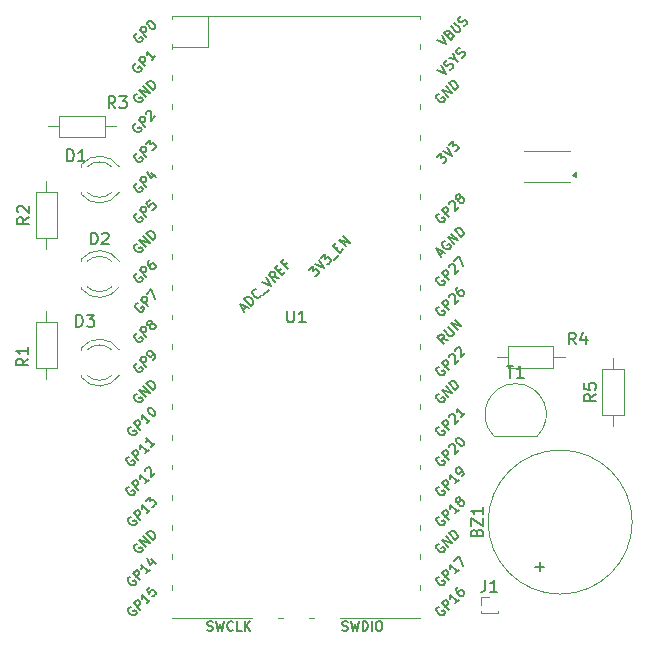
<source format=gbr>
%TF.GenerationSoftware,KiCad,Pcbnew,8.0.0*%
%TF.CreationDate,2024-04-01T00:39:21-03:00*%
%TF.ProjectId,ponderada_sem_6,706f6e64-6572-4616-9461-5f73656d5f36,rev?*%
%TF.SameCoordinates,Original*%
%TF.FileFunction,Legend,Top*%
%TF.FilePolarity,Positive*%
%FSLAX46Y46*%
G04 Gerber Fmt 4.6, Leading zero omitted, Abs format (unit mm)*
G04 Created by KiCad (PCBNEW 8.0.0) date 2024-04-01 00:39:21*
%MOMM*%
%LPD*%
G01*
G04 APERTURE LIST*
%ADD10C,0.150000*%
%ADD11C,0.120000*%
G04 APERTURE END LIST*
D10*
X85242998Y-69255868D02*
X85162185Y-69282805D01*
X85162185Y-69282805D02*
X85081373Y-69363618D01*
X85081373Y-69363618D02*
X85027498Y-69471367D01*
X85027498Y-69471367D02*
X85027498Y-69579117D01*
X85027498Y-69579117D02*
X85054436Y-69659929D01*
X85054436Y-69659929D02*
X85135248Y-69794616D01*
X85135248Y-69794616D02*
X85216060Y-69875428D01*
X85216060Y-69875428D02*
X85350747Y-69956241D01*
X85350747Y-69956241D02*
X85431560Y-69983178D01*
X85431560Y-69983178D02*
X85539309Y-69983178D01*
X85539309Y-69983178D02*
X85647059Y-69929303D01*
X85647059Y-69929303D02*
X85700934Y-69875428D01*
X85700934Y-69875428D02*
X85754808Y-69767679D01*
X85754808Y-69767679D02*
X85754808Y-69713804D01*
X85754808Y-69713804D02*
X85566247Y-69525242D01*
X85566247Y-69525242D02*
X85458497Y-69632992D01*
X86051120Y-69525242D02*
X85485434Y-68959557D01*
X85485434Y-68959557D02*
X85700934Y-68744057D01*
X85700934Y-68744057D02*
X85781746Y-68717120D01*
X85781746Y-68717120D02*
X85835621Y-68717120D01*
X85835621Y-68717120D02*
X85916433Y-68744057D01*
X85916433Y-68744057D02*
X85997245Y-68824870D01*
X85997245Y-68824870D02*
X86024182Y-68905682D01*
X86024182Y-68905682D02*
X86024182Y-68959557D01*
X86024182Y-68959557D02*
X85997245Y-69040369D01*
X85997245Y-69040369D02*
X85781746Y-69255868D01*
X86078057Y-68474683D02*
X86078057Y-68420809D01*
X86078057Y-68420809D02*
X86104995Y-68339996D01*
X86104995Y-68339996D02*
X86239682Y-68205309D01*
X86239682Y-68205309D02*
X86320494Y-68178372D01*
X86320494Y-68178372D02*
X86374369Y-68178372D01*
X86374369Y-68178372D02*
X86455181Y-68205309D01*
X86455181Y-68205309D02*
X86509056Y-68259184D01*
X86509056Y-68259184D02*
X86562930Y-68366934D01*
X86562930Y-68366934D02*
X86562930Y-69013431D01*
X86562930Y-69013431D02*
X86913117Y-68663245D01*
X86832305Y-67612686D02*
X86724555Y-67720436D01*
X86724555Y-67720436D02*
X86697618Y-67801248D01*
X86697618Y-67801248D02*
X86697618Y-67855123D01*
X86697618Y-67855123D02*
X86724555Y-67989810D01*
X86724555Y-67989810D02*
X86805367Y-68124497D01*
X86805367Y-68124497D02*
X87020866Y-68339996D01*
X87020866Y-68339996D02*
X87101679Y-68366934D01*
X87101679Y-68366934D02*
X87155553Y-68366934D01*
X87155553Y-68366934D02*
X87236366Y-68339996D01*
X87236366Y-68339996D02*
X87344115Y-68232247D01*
X87344115Y-68232247D02*
X87371053Y-68151434D01*
X87371053Y-68151434D02*
X87371053Y-68097560D01*
X87371053Y-68097560D02*
X87344115Y-68016747D01*
X87344115Y-68016747D02*
X87209428Y-67882060D01*
X87209428Y-67882060D02*
X87128616Y-67855123D01*
X87128616Y-67855123D02*
X87074741Y-67855123D01*
X87074741Y-67855123D02*
X86993929Y-67882060D01*
X86993929Y-67882060D02*
X86886179Y-67989810D01*
X86886179Y-67989810D02*
X86859242Y-68070622D01*
X86859242Y-68070622D02*
X86859242Y-68124497D01*
X86859242Y-68124497D02*
X86886179Y-68205309D01*
X90968095Y-74269819D02*
X91539523Y-74269819D01*
X91253809Y-75269819D02*
X91253809Y-74269819D01*
X92396666Y-75269819D02*
X91825238Y-75269819D01*
X92110952Y-75269819D02*
X92110952Y-74269819D01*
X92110952Y-74269819D02*
X92015714Y-74412676D01*
X92015714Y-74412676D02*
X91920476Y-74507914D01*
X91920476Y-74507914D02*
X91825238Y-74555533D01*
X88431009Y-88380952D02*
X88478628Y-88238095D01*
X88478628Y-88238095D02*
X88526247Y-88190476D01*
X88526247Y-88190476D02*
X88621485Y-88142857D01*
X88621485Y-88142857D02*
X88764342Y-88142857D01*
X88764342Y-88142857D02*
X88859580Y-88190476D01*
X88859580Y-88190476D02*
X88907200Y-88238095D01*
X88907200Y-88238095D02*
X88954819Y-88333333D01*
X88954819Y-88333333D02*
X88954819Y-88714285D01*
X88954819Y-88714285D02*
X87954819Y-88714285D01*
X87954819Y-88714285D02*
X87954819Y-88380952D01*
X87954819Y-88380952D02*
X88002438Y-88285714D01*
X88002438Y-88285714D02*
X88050057Y-88238095D01*
X88050057Y-88238095D02*
X88145295Y-88190476D01*
X88145295Y-88190476D02*
X88240533Y-88190476D01*
X88240533Y-88190476D02*
X88335771Y-88238095D01*
X88335771Y-88238095D02*
X88383390Y-88285714D01*
X88383390Y-88285714D02*
X88431009Y-88380952D01*
X88431009Y-88380952D02*
X88431009Y-88714285D01*
X87954819Y-87809523D02*
X87954819Y-87142857D01*
X87954819Y-87142857D02*
X88954819Y-87809523D01*
X88954819Y-87809523D02*
X88954819Y-87142857D01*
X88954819Y-86238095D02*
X88954819Y-86809523D01*
X88954819Y-86523809D02*
X87954819Y-86523809D01*
X87954819Y-86523809D02*
X88097676Y-86619047D01*
X88097676Y-86619047D02*
X88192914Y-86714285D01*
X88192914Y-86714285D02*
X88240533Y-86809523D01*
X93773866Y-91680951D02*
X93773866Y-90919047D01*
X94154819Y-91299999D02*
X93392914Y-91299999D01*
X72383095Y-69589819D02*
X72383095Y-70399342D01*
X72383095Y-70399342D02*
X72430714Y-70494580D01*
X72430714Y-70494580D02*
X72478333Y-70542200D01*
X72478333Y-70542200D02*
X72573571Y-70589819D01*
X72573571Y-70589819D02*
X72764047Y-70589819D01*
X72764047Y-70589819D02*
X72859285Y-70542200D01*
X72859285Y-70542200D02*
X72906904Y-70494580D01*
X72906904Y-70494580D02*
X72954523Y-70399342D01*
X72954523Y-70399342D02*
X72954523Y-69589819D01*
X73954523Y-70589819D02*
X73383095Y-70589819D01*
X73668809Y-70589819D02*
X73668809Y-69589819D01*
X73668809Y-69589819D02*
X73573571Y-69732676D01*
X73573571Y-69732676D02*
X73478333Y-69827914D01*
X73478333Y-69827914D02*
X73383095Y-69875533D01*
X58988998Y-81955868D02*
X58908185Y-81982805D01*
X58908185Y-81982805D02*
X58827373Y-82063618D01*
X58827373Y-82063618D02*
X58773498Y-82171367D01*
X58773498Y-82171367D02*
X58773498Y-82279117D01*
X58773498Y-82279117D02*
X58800436Y-82359929D01*
X58800436Y-82359929D02*
X58881248Y-82494616D01*
X58881248Y-82494616D02*
X58962060Y-82575428D01*
X58962060Y-82575428D02*
X59096747Y-82656241D01*
X59096747Y-82656241D02*
X59177560Y-82683178D01*
X59177560Y-82683178D02*
X59285309Y-82683178D01*
X59285309Y-82683178D02*
X59393059Y-82629303D01*
X59393059Y-82629303D02*
X59446934Y-82575428D01*
X59446934Y-82575428D02*
X59500808Y-82467679D01*
X59500808Y-82467679D02*
X59500808Y-82413804D01*
X59500808Y-82413804D02*
X59312247Y-82225242D01*
X59312247Y-82225242D02*
X59204497Y-82332992D01*
X59797120Y-82225242D02*
X59231434Y-81659557D01*
X59231434Y-81659557D02*
X59446934Y-81444057D01*
X59446934Y-81444057D02*
X59527746Y-81417120D01*
X59527746Y-81417120D02*
X59581621Y-81417120D01*
X59581621Y-81417120D02*
X59662433Y-81444057D01*
X59662433Y-81444057D02*
X59743245Y-81524870D01*
X59743245Y-81524870D02*
X59770182Y-81605682D01*
X59770182Y-81605682D02*
X59770182Y-81659557D01*
X59770182Y-81659557D02*
X59743245Y-81740369D01*
X59743245Y-81740369D02*
X59527746Y-81955868D01*
X60659117Y-81363245D02*
X60335868Y-81686494D01*
X60497492Y-81524870D02*
X59931807Y-80959184D01*
X59931807Y-80959184D02*
X59958744Y-81093871D01*
X59958744Y-81093871D02*
X59958744Y-81201621D01*
X59958744Y-81201621D02*
X59931807Y-81282433D01*
X61197865Y-80824497D02*
X60874616Y-81147746D01*
X61036240Y-80986121D02*
X60470555Y-80420436D01*
X60470555Y-80420436D02*
X60497492Y-80555123D01*
X60497492Y-80555123D02*
X60497492Y-80662873D01*
X60497492Y-80662873D02*
X60470555Y-80743685D01*
X85296873Y-64876240D02*
X85566247Y-64606866D01*
X85404623Y-65091739D02*
X85027499Y-64337492D01*
X85027499Y-64337492D02*
X85781746Y-64714615D01*
X85727871Y-63690994D02*
X85647059Y-63717932D01*
X85647059Y-63717932D02*
X85566247Y-63798744D01*
X85566247Y-63798744D02*
X85512372Y-63906494D01*
X85512372Y-63906494D02*
X85512372Y-64014243D01*
X85512372Y-64014243D02*
X85539310Y-64095055D01*
X85539310Y-64095055D02*
X85620122Y-64229742D01*
X85620122Y-64229742D02*
X85700934Y-64310555D01*
X85700934Y-64310555D02*
X85835621Y-64391367D01*
X85835621Y-64391367D02*
X85916433Y-64418304D01*
X85916433Y-64418304D02*
X86024183Y-64418304D01*
X86024183Y-64418304D02*
X86131932Y-64364429D01*
X86131932Y-64364429D02*
X86185807Y-64310555D01*
X86185807Y-64310555D02*
X86239682Y-64202805D01*
X86239682Y-64202805D02*
X86239682Y-64148930D01*
X86239682Y-64148930D02*
X86051120Y-63960368D01*
X86051120Y-63960368D02*
X85943371Y-64068118D01*
X86535993Y-63960368D02*
X85970308Y-63394683D01*
X85970308Y-63394683D02*
X86859242Y-63637120D01*
X86859242Y-63637120D02*
X86293557Y-63071434D01*
X87128616Y-63367746D02*
X86562931Y-62802060D01*
X86562931Y-62802060D02*
X86697618Y-62667373D01*
X86697618Y-62667373D02*
X86805367Y-62613498D01*
X86805367Y-62613498D02*
X86913117Y-62613498D01*
X86913117Y-62613498D02*
X86993929Y-62640436D01*
X86993929Y-62640436D02*
X87128616Y-62721248D01*
X87128616Y-62721248D02*
X87209428Y-62802060D01*
X87209428Y-62802060D02*
X87290241Y-62936747D01*
X87290241Y-62936747D02*
X87317178Y-63017560D01*
X87317178Y-63017560D02*
X87317178Y-63125309D01*
X87317178Y-63125309D02*
X87263303Y-63233059D01*
X87263303Y-63233059D02*
X87128616Y-63367746D01*
X85231435Y-89333431D02*
X85150623Y-89360368D01*
X85150623Y-89360368D02*
X85069811Y-89441180D01*
X85069811Y-89441180D02*
X85015936Y-89548930D01*
X85015936Y-89548930D02*
X85015936Y-89656680D01*
X85015936Y-89656680D02*
X85042873Y-89737492D01*
X85042873Y-89737492D02*
X85123685Y-89872179D01*
X85123685Y-89872179D02*
X85204498Y-89952991D01*
X85204498Y-89952991D02*
X85339185Y-90033803D01*
X85339185Y-90033803D02*
X85419997Y-90060741D01*
X85419997Y-90060741D02*
X85527746Y-90060741D01*
X85527746Y-90060741D02*
X85635496Y-90006866D01*
X85635496Y-90006866D02*
X85689371Y-89952991D01*
X85689371Y-89952991D02*
X85743246Y-89845241D01*
X85743246Y-89845241D02*
X85743246Y-89791367D01*
X85743246Y-89791367D02*
X85554684Y-89602805D01*
X85554684Y-89602805D02*
X85446934Y-89710554D01*
X86039557Y-89602805D02*
X85473872Y-89037119D01*
X85473872Y-89037119D02*
X86362806Y-89279556D01*
X86362806Y-89279556D02*
X85797120Y-88713871D01*
X86632180Y-89010182D02*
X86066494Y-88444497D01*
X86066494Y-88444497D02*
X86201181Y-88309810D01*
X86201181Y-88309810D02*
X86308931Y-88255935D01*
X86308931Y-88255935D02*
X86416680Y-88255935D01*
X86416680Y-88255935D02*
X86497493Y-88282872D01*
X86497493Y-88282872D02*
X86632180Y-88363685D01*
X86632180Y-88363685D02*
X86712992Y-88444497D01*
X86712992Y-88444497D02*
X86793804Y-88579184D01*
X86793804Y-88579184D02*
X86820741Y-88659996D01*
X86820741Y-88659996D02*
X86820741Y-88767746D01*
X86820741Y-88767746D02*
X86766867Y-88875495D01*
X86766867Y-88875495D02*
X86632180Y-89010182D01*
X85098406Y-46662585D02*
X85852653Y-47039709D01*
X85852653Y-47039709D02*
X85475529Y-46285462D01*
X86122027Y-46177712D02*
X86229776Y-46123838D01*
X86229776Y-46123838D02*
X86283651Y-46123838D01*
X86283651Y-46123838D02*
X86364463Y-46150775D01*
X86364463Y-46150775D02*
X86445276Y-46231587D01*
X86445276Y-46231587D02*
X86472213Y-46312399D01*
X86472213Y-46312399D02*
X86472213Y-46366274D01*
X86472213Y-46366274D02*
X86445276Y-46447086D01*
X86445276Y-46447086D02*
X86229776Y-46662586D01*
X86229776Y-46662586D02*
X85664091Y-46096900D01*
X85664091Y-46096900D02*
X85852653Y-45908338D01*
X85852653Y-45908338D02*
X85933465Y-45881401D01*
X85933465Y-45881401D02*
X85987340Y-45881401D01*
X85987340Y-45881401D02*
X86068152Y-45908338D01*
X86068152Y-45908338D02*
X86122027Y-45962213D01*
X86122027Y-45962213D02*
X86148964Y-46043025D01*
X86148964Y-46043025D02*
X86148964Y-46096900D01*
X86148964Y-46096900D02*
X86122027Y-46177712D01*
X86122027Y-46177712D02*
X85933465Y-46366274D01*
X86229776Y-45531215D02*
X86687712Y-45989151D01*
X86687712Y-45989151D02*
X86768524Y-46016088D01*
X86768524Y-46016088D02*
X86822399Y-46016088D01*
X86822399Y-46016088D02*
X86903211Y-45989151D01*
X86903211Y-45989151D02*
X87010961Y-45881401D01*
X87010961Y-45881401D02*
X87037898Y-45800589D01*
X87037898Y-45800589D02*
X87037898Y-45746714D01*
X87037898Y-45746714D02*
X87010961Y-45665902D01*
X87010961Y-45665902D02*
X86553025Y-45207966D01*
X87334210Y-45504277D02*
X87441959Y-45450403D01*
X87441959Y-45450403D02*
X87576646Y-45315716D01*
X87576646Y-45315716D02*
X87603584Y-45234903D01*
X87603584Y-45234903D02*
X87603584Y-45181029D01*
X87603584Y-45181029D02*
X87576646Y-45100216D01*
X87576646Y-45100216D02*
X87522771Y-45046342D01*
X87522771Y-45046342D02*
X87441959Y-45019404D01*
X87441959Y-45019404D02*
X87388084Y-45019404D01*
X87388084Y-45019404D02*
X87307272Y-45046342D01*
X87307272Y-45046342D02*
X87172585Y-45127154D01*
X87172585Y-45127154D02*
X87091773Y-45154091D01*
X87091773Y-45154091D02*
X87037898Y-45154091D01*
X87037898Y-45154091D02*
X86957086Y-45127154D01*
X86957086Y-45127154D02*
X86903211Y-45073279D01*
X86903211Y-45073279D02*
X86876274Y-44992467D01*
X86876274Y-44992467D02*
X86876274Y-44938592D01*
X86876274Y-44938592D02*
X86903211Y-44857780D01*
X86903211Y-44857780D02*
X87037898Y-44723093D01*
X87037898Y-44723093D02*
X87145648Y-44669218D01*
X85231435Y-51233431D02*
X85150623Y-51260368D01*
X85150623Y-51260368D02*
X85069811Y-51341180D01*
X85069811Y-51341180D02*
X85015936Y-51448930D01*
X85015936Y-51448930D02*
X85015936Y-51556680D01*
X85015936Y-51556680D02*
X85042873Y-51637492D01*
X85042873Y-51637492D02*
X85123685Y-51772179D01*
X85123685Y-51772179D02*
X85204498Y-51852991D01*
X85204498Y-51852991D02*
X85339185Y-51933803D01*
X85339185Y-51933803D02*
X85419997Y-51960741D01*
X85419997Y-51960741D02*
X85527746Y-51960741D01*
X85527746Y-51960741D02*
X85635496Y-51906866D01*
X85635496Y-51906866D02*
X85689371Y-51852991D01*
X85689371Y-51852991D02*
X85743246Y-51745241D01*
X85743246Y-51745241D02*
X85743246Y-51691367D01*
X85743246Y-51691367D02*
X85554684Y-51502805D01*
X85554684Y-51502805D02*
X85446934Y-51610554D01*
X86039557Y-51502805D02*
X85473872Y-50937119D01*
X85473872Y-50937119D02*
X86362806Y-51179556D01*
X86362806Y-51179556D02*
X85797120Y-50613871D01*
X86632180Y-50910182D02*
X86066494Y-50344497D01*
X86066494Y-50344497D02*
X86201181Y-50209810D01*
X86201181Y-50209810D02*
X86308931Y-50155935D01*
X86308931Y-50155935D02*
X86416680Y-50155935D01*
X86416680Y-50155935D02*
X86497493Y-50182872D01*
X86497493Y-50182872D02*
X86632180Y-50263685D01*
X86632180Y-50263685D02*
X86712992Y-50344497D01*
X86712992Y-50344497D02*
X86793804Y-50479184D01*
X86793804Y-50479184D02*
X86820741Y-50559996D01*
X86820741Y-50559996D02*
X86820741Y-50667746D01*
X86820741Y-50667746D02*
X86766867Y-50775495D01*
X86766867Y-50775495D02*
X86632180Y-50910182D01*
X59134998Y-87035868D02*
X59054185Y-87062805D01*
X59054185Y-87062805D02*
X58973373Y-87143618D01*
X58973373Y-87143618D02*
X58919498Y-87251367D01*
X58919498Y-87251367D02*
X58919498Y-87359117D01*
X58919498Y-87359117D02*
X58946436Y-87439929D01*
X58946436Y-87439929D02*
X59027248Y-87574616D01*
X59027248Y-87574616D02*
X59108060Y-87655428D01*
X59108060Y-87655428D02*
X59242747Y-87736241D01*
X59242747Y-87736241D02*
X59323560Y-87763178D01*
X59323560Y-87763178D02*
X59431309Y-87763178D01*
X59431309Y-87763178D02*
X59539059Y-87709303D01*
X59539059Y-87709303D02*
X59592934Y-87655428D01*
X59592934Y-87655428D02*
X59646808Y-87547679D01*
X59646808Y-87547679D02*
X59646808Y-87493804D01*
X59646808Y-87493804D02*
X59458247Y-87305242D01*
X59458247Y-87305242D02*
X59350497Y-87412992D01*
X59943120Y-87305242D02*
X59377434Y-86739557D01*
X59377434Y-86739557D02*
X59592934Y-86524057D01*
X59592934Y-86524057D02*
X59673746Y-86497120D01*
X59673746Y-86497120D02*
X59727621Y-86497120D01*
X59727621Y-86497120D02*
X59808433Y-86524057D01*
X59808433Y-86524057D02*
X59889245Y-86604870D01*
X59889245Y-86604870D02*
X59916182Y-86685682D01*
X59916182Y-86685682D02*
X59916182Y-86739557D01*
X59916182Y-86739557D02*
X59889245Y-86820369D01*
X59889245Y-86820369D02*
X59673746Y-87035868D01*
X60805117Y-86443245D02*
X60481868Y-86766494D01*
X60643492Y-86604870D02*
X60077807Y-86039184D01*
X60077807Y-86039184D02*
X60104744Y-86173871D01*
X60104744Y-86173871D02*
X60104744Y-86281621D01*
X60104744Y-86281621D02*
X60077807Y-86362433D01*
X60427993Y-85688998D02*
X60778179Y-85338812D01*
X60778179Y-85338812D02*
X60805117Y-85742873D01*
X60805117Y-85742873D02*
X60885929Y-85662060D01*
X60885929Y-85662060D02*
X60966741Y-85635123D01*
X60966741Y-85635123D02*
X61020616Y-85635123D01*
X61020616Y-85635123D02*
X61101428Y-85662060D01*
X61101428Y-85662060D02*
X61236115Y-85796747D01*
X61236115Y-85796747D02*
X61263053Y-85877560D01*
X61263053Y-85877560D02*
X61263053Y-85931434D01*
X61263053Y-85931434D02*
X61236115Y-86012247D01*
X61236115Y-86012247D02*
X61074491Y-86173871D01*
X61074491Y-86173871D02*
X60993679Y-86200808D01*
X60993679Y-86200808D02*
X60939804Y-86200808D01*
X68655064Y-69534049D02*
X68924438Y-69264675D01*
X68762813Y-69749549D02*
X68385690Y-68995301D01*
X68385690Y-68995301D02*
X69139937Y-69372425D01*
X69328499Y-69183863D02*
X68762813Y-68618178D01*
X68762813Y-68618178D02*
X68897500Y-68483491D01*
X68897500Y-68483491D02*
X69005250Y-68429616D01*
X69005250Y-68429616D02*
X69112999Y-68429616D01*
X69112999Y-68429616D02*
X69193812Y-68456553D01*
X69193812Y-68456553D02*
X69328499Y-68537366D01*
X69328499Y-68537366D02*
X69409311Y-68618178D01*
X69409311Y-68618178D02*
X69490123Y-68752865D01*
X69490123Y-68752865D02*
X69517060Y-68833677D01*
X69517060Y-68833677D02*
X69517060Y-68941427D01*
X69517060Y-68941427D02*
X69463186Y-69049176D01*
X69463186Y-69049176D02*
X69328499Y-69183863D01*
X70163558Y-68241054D02*
X70163558Y-68294929D01*
X70163558Y-68294929D02*
X70109683Y-68402679D01*
X70109683Y-68402679D02*
X70055808Y-68456553D01*
X70055808Y-68456553D02*
X69948059Y-68510428D01*
X69948059Y-68510428D02*
X69840309Y-68510428D01*
X69840309Y-68510428D02*
X69759497Y-68483491D01*
X69759497Y-68483491D02*
X69624810Y-68402679D01*
X69624810Y-68402679D02*
X69543998Y-68321866D01*
X69543998Y-68321866D02*
X69463186Y-68187179D01*
X69463186Y-68187179D02*
X69436248Y-68106367D01*
X69436248Y-68106367D02*
X69436248Y-67998618D01*
X69436248Y-67998618D02*
X69490123Y-67890868D01*
X69490123Y-67890868D02*
X69543998Y-67836993D01*
X69543998Y-67836993D02*
X69651747Y-67783118D01*
X69651747Y-67783118D02*
X69705622Y-67783118D01*
X70379057Y-68241054D02*
X70810056Y-67810056D01*
X70244370Y-67136621D02*
X70998618Y-67513744D01*
X70998618Y-67513744D02*
X70621494Y-66759497D01*
X71698990Y-66813372D02*
X71241054Y-66732560D01*
X71375741Y-67136621D02*
X70810056Y-66570935D01*
X70810056Y-66570935D02*
X71025555Y-66355436D01*
X71025555Y-66355436D02*
X71106367Y-66328499D01*
X71106367Y-66328499D02*
X71160242Y-66328499D01*
X71160242Y-66328499D02*
X71241054Y-66355436D01*
X71241054Y-66355436D02*
X71321866Y-66436248D01*
X71321866Y-66436248D02*
X71348804Y-66517061D01*
X71348804Y-66517061D02*
X71348804Y-66570935D01*
X71348804Y-66570935D02*
X71321866Y-66651748D01*
X71321866Y-66651748D02*
X71106367Y-66867247D01*
X71645115Y-66274624D02*
X71833677Y-66086062D01*
X72210800Y-66301561D02*
X71941426Y-66570935D01*
X71941426Y-66570935D02*
X71375741Y-66005250D01*
X71375741Y-66005250D02*
X71645115Y-65735876D01*
X72345488Y-65574251D02*
X72156926Y-65762813D01*
X72453237Y-66059125D02*
X71887552Y-65493439D01*
X71887552Y-65493439D02*
X72156926Y-65224065D01*
X59658372Y-58826494D02*
X59577560Y-58853431D01*
X59577560Y-58853431D02*
X59496748Y-58934243D01*
X59496748Y-58934243D02*
X59442873Y-59041993D01*
X59442873Y-59041993D02*
X59442873Y-59149742D01*
X59442873Y-59149742D02*
X59469810Y-59230555D01*
X59469810Y-59230555D02*
X59550623Y-59365242D01*
X59550623Y-59365242D02*
X59631435Y-59446054D01*
X59631435Y-59446054D02*
X59766122Y-59526866D01*
X59766122Y-59526866D02*
X59846934Y-59553803D01*
X59846934Y-59553803D02*
X59954684Y-59553803D01*
X59954684Y-59553803D02*
X60062433Y-59499929D01*
X60062433Y-59499929D02*
X60116308Y-59446054D01*
X60116308Y-59446054D02*
X60170183Y-59338304D01*
X60170183Y-59338304D02*
X60170183Y-59284429D01*
X60170183Y-59284429D02*
X59981621Y-59095868D01*
X59981621Y-59095868D02*
X59873871Y-59203617D01*
X60466494Y-59095868D02*
X59900809Y-58530182D01*
X59900809Y-58530182D02*
X60116308Y-58314683D01*
X60116308Y-58314683D02*
X60197120Y-58287746D01*
X60197120Y-58287746D02*
X60250995Y-58287746D01*
X60250995Y-58287746D02*
X60331807Y-58314683D01*
X60331807Y-58314683D02*
X60412619Y-58395495D01*
X60412619Y-58395495D02*
X60439557Y-58476307D01*
X60439557Y-58476307D02*
X60439557Y-58530182D01*
X60439557Y-58530182D02*
X60412619Y-58610994D01*
X60412619Y-58610994D02*
X60197120Y-58826494D01*
X60897493Y-57910622D02*
X61274616Y-58287746D01*
X60547306Y-57829810D02*
X60816680Y-58368558D01*
X60816680Y-58368558D02*
X61166867Y-58018372D01*
X59758372Y-68956494D02*
X59677560Y-68983431D01*
X59677560Y-68983431D02*
X59596748Y-69064243D01*
X59596748Y-69064243D02*
X59542873Y-69171993D01*
X59542873Y-69171993D02*
X59542873Y-69279742D01*
X59542873Y-69279742D02*
X59569810Y-69360555D01*
X59569810Y-69360555D02*
X59650623Y-69495242D01*
X59650623Y-69495242D02*
X59731435Y-69576054D01*
X59731435Y-69576054D02*
X59866122Y-69656866D01*
X59866122Y-69656866D02*
X59946934Y-69683803D01*
X59946934Y-69683803D02*
X60054684Y-69683803D01*
X60054684Y-69683803D02*
X60162433Y-69629929D01*
X60162433Y-69629929D02*
X60216308Y-69576054D01*
X60216308Y-69576054D02*
X60270183Y-69468304D01*
X60270183Y-69468304D02*
X60270183Y-69414429D01*
X60270183Y-69414429D02*
X60081621Y-69225868D01*
X60081621Y-69225868D02*
X59973871Y-69333617D01*
X60566494Y-69225868D02*
X60000809Y-68660182D01*
X60000809Y-68660182D02*
X60216308Y-68444683D01*
X60216308Y-68444683D02*
X60297120Y-68417746D01*
X60297120Y-68417746D02*
X60350995Y-68417746D01*
X60350995Y-68417746D02*
X60431807Y-68444683D01*
X60431807Y-68444683D02*
X60512619Y-68525495D01*
X60512619Y-68525495D02*
X60539557Y-68606307D01*
X60539557Y-68606307D02*
X60539557Y-68660182D01*
X60539557Y-68660182D02*
X60512619Y-68740994D01*
X60512619Y-68740994D02*
X60297120Y-68956494D01*
X60512619Y-68148372D02*
X60889743Y-67771248D01*
X60889743Y-67771248D02*
X61212992Y-68579370D01*
X59134998Y-94655868D02*
X59054185Y-94682805D01*
X59054185Y-94682805D02*
X58973373Y-94763618D01*
X58973373Y-94763618D02*
X58919498Y-94871367D01*
X58919498Y-94871367D02*
X58919498Y-94979117D01*
X58919498Y-94979117D02*
X58946436Y-95059929D01*
X58946436Y-95059929D02*
X59027248Y-95194616D01*
X59027248Y-95194616D02*
X59108060Y-95275428D01*
X59108060Y-95275428D02*
X59242747Y-95356241D01*
X59242747Y-95356241D02*
X59323560Y-95383178D01*
X59323560Y-95383178D02*
X59431309Y-95383178D01*
X59431309Y-95383178D02*
X59539059Y-95329303D01*
X59539059Y-95329303D02*
X59592934Y-95275428D01*
X59592934Y-95275428D02*
X59646808Y-95167679D01*
X59646808Y-95167679D02*
X59646808Y-95113804D01*
X59646808Y-95113804D02*
X59458247Y-94925242D01*
X59458247Y-94925242D02*
X59350497Y-95032992D01*
X59943120Y-94925242D02*
X59377434Y-94359557D01*
X59377434Y-94359557D02*
X59592934Y-94144057D01*
X59592934Y-94144057D02*
X59673746Y-94117120D01*
X59673746Y-94117120D02*
X59727621Y-94117120D01*
X59727621Y-94117120D02*
X59808433Y-94144057D01*
X59808433Y-94144057D02*
X59889245Y-94224870D01*
X59889245Y-94224870D02*
X59916182Y-94305682D01*
X59916182Y-94305682D02*
X59916182Y-94359557D01*
X59916182Y-94359557D02*
X59889245Y-94440369D01*
X59889245Y-94440369D02*
X59673746Y-94655868D01*
X60805117Y-94063245D02*
X60481868Y-94386494D01*
X60643492Y-94224870D02*
X60077807Y-93659184D01*
X60077807Y-93659184D02*
X60104744Y-93793871D01*
X60104744Y-93793871D02*
X60104744Y-93901621D01*
X60104744Y-93901621D02*
X60077807Y-93982433D01*
X60751242Y-92985749D02*
X60481868Y-93255123D01*
X60481868Y-93255123D02*
X60724305Y-93551434D01*
X60724305Y-93551434D02*
X60724305Y-93497560D01*
X60724305Y-93497560D02*
X60751242Y-93416747D01*
X60751242Y-93416747D02*
X60885929Y-93282060D01*
X60885929Y-93282060D02*
X60966741Y-93255123D01*
X60966741Y-93255123D02*
X61020616Y-93255123D01*
X61020616Y-93255123D02*
X61101428Y-93282060D01*
X61101428Y-93282060D02*
X61236115Y-93416747D01*
X61236115Y-93416747D02*
X61263053Y-93497560D01*
X61263053Y-93497560D02*
X61263053Y-93551434D01*
X61263053Y-93551434D02*
X61236115Y-93632247D01*
X61236115Y-93632247D02*
X61101428Y-93766934D01*
X61101428Y-93766934D02*
X61020616Y-93793871D01*
X61020616Y-93793871D02*
X60966741Y-93793871D01*
X85242998Y-92115868D02*
X85162185Y-92142805D01*
X85162185Y-92142805D02*
X85081373Y-92223618D01*
X85081373Y-92223618D02*
X85027498Y-92331367D01*
X85027498Y-92331367D02*
X85027498Y-92439117D01*
X85027498Y-92439117D02*
X85054436Y-92519929D01*
X85054436Y-92519929D02*
X85135248Y-92654616D01*
X85135248Y-92654616D02*
X85216060Y-92735428D01*
X85216060Y-92735428D02*
X85350747Y-92816241D01*
X85350747Y-92816241D02*
X85431560Y-92843178D01*
X85431560Y-92843178D02*
X85539309Y-92843178D01*
X85539309Y-92843178D02*
X85647059Y-92789303D01*
X85647059Y-92789303D02*
X85700934Y-92735428D01*
X85700934Y-92735428D02*
X85754808Y-92627679D01*
X85754808Y-92627679D02*
X85754808Y-92573804D01*
X85754808Y-92573804D02*
X85566247Y-92385242D01*
X85566247Y-92385242D02*
X85458497Y-92492992D01*
X86051120Y-92385242D02*
X85485434Y-91819557D01*
X85485434Y-91819557D02*
X85700934Y-91604057D01*
X85700934Y-91604057D02*
X85781746Y-91577120D01*
X85781746Y-91577120D02*
X85835621Y-91577120D01*
X85835621Y-91577120D02*
X85916433Y-91604057D01*
X85916433Y-91604057D02*
X85997245Y-91684870D01*
X85997245Y-91684870D02*
X86024182Y-91765682D01*
X86024182Y-91765682D02*
X86024182Y-91819557D01*
X86024182Y-91819557D02*
X85997245Y-91900369D01*
X85997245Y-91900369D02*
X85781746Y-92115868D01*
X86913117Y-91523245D02*
X86589868Y-91846494D01*
X86751492Y-91684870D02*
X86185807Y-91119184D01*
X86185807Y-91119184D02*
X86212744Y-91253871D01*
X86212744Y-91253871D02*
X86212744Y-91361621D01*
X86212744Y-91361621D02*
X86185807Y-91442433D01*
X86535993Y-90768998D02*
X86913117Y-90391874D01*
X86913117Y-90391874D02*
X87236366Y-91199996D01*
X65635475Y-96659200D02*
X65749761Y-96697295D01*
X65749761Y-96697295D02*
X65940237Y-96697295D01*
X65940237Y-96697295D02*
X66016428Y-96659200D01*
X66016428Y-96659200D02*
X66054523Y-96621104D01*
X66054523Y-96621104D02*
X66092618Y-96544914D01*
X66092618Y-96544914D02*
X66092618Y-96468723D01*
X66092618Y-96468723D02*
X66054523Y-96392533D01*
X66054523Y-96392533D02*
X66016428Y-96354438D01*
X66016428Y-96354438D02*
X65940237Y-96316342D01*
X65940237Y-96316342D02*
X65787856Y-96278247D01*
X65787856Y-96278247D02*
X65711666Y-96240152D01*
X65711666Y-96240152D02*
X65673571Y-96202057D01*
X65673571Y-96202057D02*
X65635475Y-96125866D01*
X65635475Y-96125866D02*
X65635475Y-96049676D01*
X65635475Y-96049676D02*
X65673571Y-95973485D01*
X65673571Y-95973485D02*
X65711666Y-95935390D01*
X65711666Y-95935390D02*
X65787856Y-95897295D01*
X65787856Y-95897295D02*
X65978333Y-95897295D01*
X65978333Y-95897295D02*
X66092618Y-95935390D01*
X66359285Y-95897295D02*
X66549761Y-96697295D01*
X66549761Y-96697295D02*
X66702142Y-96125866D01*
X66702142Y-96125866D02*
X66854523Y-96697295D01*
X66854523Y-96697295D02*
X67045000Y-95897295D01*
X67806905Y-96621104D02*
X67768809Y-96659200D01*
X67768809Y-96659200D02*
X67654524Y-96697295D01*
X67654524Y-96697295D02*
X67578333Y-96697295D01*
X67578333Y-96697295D02*
X67464047Y-96659200D01*
X67464047Y-96659200D02*
X67387857Y-96583009D01*
X67387857Y-96583009D02*
X67349762Y-96506819D01*
X67349762Y-96506819D02*
X67311666Y-96354438D01*
X67311666Y-96354438D02*
X67311666Y-96240152D01*
X67311666Y-96240152D02*
X67349762Y-96087771D01*
X67349762Y-96087771D02*
X67387857Y-96011580D01*
X67387857Y-96011580D02*
X67464047Y-95935390D01*
X67464047Y-95935390D02*
X67578333Y-95897295D01*
X67578333Y-95897295D02*
X67654524Y-95897295D01*
X67654524Y-95897295D02*
X67768809Y-95935390D01*
X67768809Y-95935390D02*
X67806905Y-95973485D01*
X68530714Y-96697295D02*
X68149762Y-96697295D01*
X68149762Y-96697295D02*
X68149762Y-95897295D01*
X68797381Y-96697295D02*
X68797381Y-95897295D01*
X69254524Y-96697295D02*
X68911666Y-96240152D01*
X69254524Y-95897295D02*
X68797381Y-96354438D01*
X74222407Y-66158584D02*
X74572593Y-65808398D01*
X74572593Y-65808398D02*
X74599531Y-66212459D01*
X74599531Y-66212459D02*
X74680343Y-66131646D01*
X74680343Y-66131646D02*
X74761155Y-66104709D01*
X74761155Y-66104709D02*
X74815030Y-66104709D01*
X74815030Y-66104709D02*
X74895842Y-66131646D01*
X74895842Y-66131646D02*
X75030529Y-66266333D01*
X75030529Y-66266333D02*
X75057467Y-66347146D01*
X75057467Y-66347146D02*
X75057467Y-66401020D01*
X75057467Y-66401020D02*
X75030529Y-66481833D01*
X75030529Y-66481833D02*
X74868905Y-66643457D01*
X74868905Y-66643457D02*
X74788093Y-66670394D01*
X74788093Y-66670394D02*
X74734218Y-66670394D01*
X74734218Y-65646773D02*
X75488465Y-66023897D01*
X75488465Y-66023897D02*
X75111342Y-65269649D01*
X75246028Y-65134963D02*
X75596215Y-64784776D01*
X75596215Y-64784776D02*
X75623152Y-65188837D01*
X75623152Y-65188837D02*
X75703964Y-65108025D01*
X75703964Y-65108025D02*
X75784776Y-65081088D01*
X75784776Y-65081088D02*
X75838651Y-65081088D01*
X75838651Y-65081088D02*
X75919464Y-65108025D01*
X75919464Y-65108025D02*
X76054151Y-65242712D01*
X76054151Y-65242712D02*
X76081088Y-65323524D01*
X76081088Y-65323524D02*
X76081088Y-65377399D01*
X76081088Y-65377399D02*
X76054151Y-65458211D01*
X76054151Y-65458211D02*
X75892526Y-65619836D01*
X75892526Y-65619836D02*
X75811714Y-65646773D01*
X75811714Y-65646773D02*
X75757839Y-65646773D01*
X76323525Y-65296587D02*
X76754523Y-64865588D01*
X76539024Y-64380715D02*
X76727586Y-64192153D01*
X77104709Y-64407652D02*
X76835335Y-64677026D01*
X76835335Y-64677026D02*
X76269650Y-64111341D01*
X76269650Y-64111341D02*
X76539024Y-63841967D01*
X77347146Y-64165215D02*
X76781461Y-63599530D01*
X76781461Y-63599530D02*
X77670395Y-63841967D01*
X77670395Y-63841967D02*
X77104710Y-63276281D01*
X85035123Y-56625868D02*
X85385309Y-56275682D01*
X85385309Y-56275682D02*
X85412247Y-56679743D01*
X85412247Y-56679743D02*
X85493059Y-56598931D01*
X85493059Y-56598931D02*
X85573871Y-56571993D01*
X85573871Y-56571993D02*
X85627746Y-56571993D01*
X85627746Y-56571993D02*
X85708558Y-56598931D01*
X85708558Y-56598931D02*
X85843245Y-56733618D01*
X85843245Y-56733618D02*
X85870182Y-56814430D01*
X85870182Y-56814430D02*
X85870182Y-56868305D01*
X85870182Y-56868305D02*
X85843245Y-56949117D01*
X85843245Y-56949117D02*
X85681621Y-57110741D01*
X85681621Y-57110741D02*
X85600808Y-57137679D01*
X85600808Y-57137679D02*
X85546934Y-57137679D01*
X85546934Y-56114057D02*
X86301181Y-56491181D01*
X86301181Y-56491181D02*
X85924057Y-55736934D01*
X86058744Y-55602247D02*
X86408930Y-55252061D01*
X86408930Y-55252061D02*
X86435868Y-55656122D01*
X86435868Y-55656122D02*
X86516680Y-55575309D01*
X86516680Y-55575309D02*
X86597492Y-55548372D01*
X86597492Y-55548372D02*
X86651367Y-55548372D01*
X86651367Y-55548372D02*
X86732179Y-55575309D01*
X86732179Y-55575309D02*
X86866866Y-55709996D01*
X86866866Y-55709996D02*
X86893804Y-55790809D01*
X86893804Y-55790809D02*
X86893804Y-55844683D01*
X86893804Y-55844683D02*
X86866866Y-55925496D01*
X86866866Y-55925496D02*
X86705242Y-56087120D01*
X86705242Y-56087120D02*
X86624430Y-56114057D01*
X86624430Y-56114057D02*
X86570555Y-56114057D01*
X59658372Y-71526494D02*
X59577560Y-71553431D01*
X59577560Y-71553431D02*
X59496748Y-71634243D01*
X59496748Y-71634243D02*
X59442873Y-71741993D01*
X59442873Y-71741993D02*
X59442873Y-71849742D01*
X59442873Y-71849742D02*
X59469810Y-71930555D01*
X59469810Y-71930555D02*
X59550623Y-72065242D01*
X59550623Y-72065242D02*
X59631435Y-72146054D01*
X59631435Y-72146054D02*
X59766122Y-72226866D01*
X59766122Y-72226866D02*
X59846934Y-72253803D01*
X59846934Y-72253803D02*
X59954684Y-72253803D01*
X59954684Y-72253803D02*
X60062433Y-72199929D01*
X60062433Y-72199929D02*
X60116308Y-72146054D01*
X60116308Y-72146054D02*
X60170183Y-72038304D01*
X60170183Y-72038304D02*
X60170183Y-71984429D01*
X60170183Y-71984429D02*
X59981621Y-71795868D01*
X59981621Y-71795868D02*
X59873871Y-71903617D01*
X60466494Y-71795868D02*
X59900809Y-71230182D01*
X59900809Y-71230182D02*
X60116308Y-71014683D01*
X60116308Y-71014683D02*
X60197120Y-70987746D01*
X60197120Y-70987746D02*
X60250995Y-70987746D01*
X60250995Y-70987746D02*
X60331807Y-71014683D01*
X60331807Y-71014683D02*
X60412619Y-71095495D01*
X60412619Y-71095495D02*
X60439557Y-71176307D01*
X60439557Y-71176307D02*
X60439557Y-71230182D01*
X60439557Y-71230182D02*
X60412619Y-71310994D01*
X60412619Y-71310994D02*
X60197120Y-71526494D01*
X60789743Y-70826121D02*
X60708931Y-70853059D01*
X60708931Y-70853059D02*
X60655056Y-70853059D01*
X60655056Y-70853059D02*
X60574244Y-70826121D01*
X60574244Y-70826121D02*
X60547306Y-70799184D01*
X60547306Y-70799184D02*
X60520369Y-70718372D01*
X60520369Y-70718372D02*
X60520369Y-70664497D01*
X60520369Y-70664497D02*
X60547306Y-70583685D01*
X60547306Y-70583685D02*
X60655056Y-70475935D01*
X60655056Y-70475935D02*
X60735868Y-70448998D01*
X60735868Y-70448998D02*
X60789743Y-70448998D01*
X60789743Y-70448998D02*
X60870555Y-70475935D01*
X60870555Y-70475935D02*
X60897493Y-70502872D01*
X60897493Y-70502872D02*
X60924430Y-70583685D01*
X60924430Y-70583685D02*
X60924430Y-70637559D01*
X60924430Y-70637559D02*
X60897493Y-70718372D01*
X60897493Y-70718372D02*
X60789743Y-70826121D01*
X60789743Y-70826121D02*
X60762806Y-70906933D01*
X60762806Y-70906933D02*
X60762806Y-70960808D01*
X60762806Y-70960808D02*
X60789743Y-71041620D01*
X60789743Y-71041620D02*
X60897493Y-71149370D01*
X60897493Y-71149370D02*
X60978305Y-71176307D01*
X60978305Y-71176307D02*
X61032180Y-71176307D01*
X61032180Y-71176307D02*
X61112992Y-71149370D01*
X61112992Y-71149370D02*
X61220741Y-71041620D01*
X61220741Y-71041620D02*
X61247679Y-70960808D01*
X61247679Y-70960808D02*
X61247679Y-70906933D01*
X61247679Y-70906933D02*
X61220741Y-70826121D01*
X61220741Y-70826121D02*
X61112992Y-70718372D01*
X61112992Y-70718372D02*
X61032180Y-70691434D01*
X61032180Y-70691434D02*
X60978305Y-70691434D01*
X60978305Y-70691434D02*
X60897493Y-70718372D01*
X85242998Y-94655868D02*
X85162185Y-94682805D01*
X85162185Y-94682805D02*
X85081373Y-94763618D01*
X85081373Y-94763618D02*
X85027498Y-94871367D01*
X85027498Y-94871367D02*
X85027498Y-94979117D01*
X85027498Y-94979117D02*
X85054436Y-95059929D01*
X85054436Y-95059929D02*
X85135248Y-95194616D01*
X85135248Y-95194616D02*
X85216060Y-95275428D01*
X85216060Y-95275428D02*
X85350747Y-95356241D01*
X85350747Y-95356241D02*
X85431560Y-95383178D01*
X85431560Y-95383178D02*
X85539309Y-95383178D01*
X85539309Y-95383178D02*
X85647059Y-95329303D01*
X85647059Y-95329303D02*
X85700934Y-95275428D01*
X85700934Y-95275428D02*
X85754808Y-95167679D01*
X85754808Y-95167679D02*
X85754808Y-95113804D01*
X85754808Y-95113804D02*
X85566247Y-94925242D01*
X85566247Y-94925242D02*
X85458497Y-95032992D01*
X86051120Y-94925242D02*
X85485434Y-94359557D01*
X85485434Y-94359557D02*
X85700934Y-94144057D01*
X85700934Y-94144057D02*
X85781746Y-94117120D01*
X85781746Y-94117120D02*
X85835621Y-94117120D01*
X85835621Y-94117120D02*
X85916433Y-94144057D01*
X85916433Y-94144057D02*
X85997245Y-94224870D01*
X85997245Y-94224870D02*
X86024182Y-94305682D01*
X86024182Y-94305682D02*
X86024182Y-94359557D01*
X86024182Y-94359557D02*
X85997245Y-94440369D01*
X85997245Y-94440369D02*
X85781746Y-94655868D01*
X86913117Y-94063245D02*
X86589868Y-94386494D01*
X86751492Y-94224870D02*
X86185807Y-93659184D01*
X86185807Y-93659184D02*
X86212744Y-93793871D01*
X86212744Y-93793871D02*
X86212744Y-93901621D01*
X86212744Y-93901621D02*
X86185807Y-93982433D01*
X86832305Y-93012686D02*
X86724555Y-93120436D01*
X86724555Y-93120436D02*
X86697618Y-93201248D01*
X86697618Y-93201248D02*
X86697618Y-93255123D01*
X86697618Y-93255123D02*
X86724555Y-93389810D01*
X86724555Y-93389810D02*
X86805367Y-93524497D01*
X86805367Y-93524497D02*
X87020866Y-93739996D01*
X87020866Y-93739996D02*
X87101679Y-93766934D01*
X87101679Y-93766934D02*
X87155553Y-93766934D01*
X87155553Y-93766934D02*
X87236366Y-93739996D01*
X87236366Y-93739996D02*
X87344115Y-93632247D01*
X87344115Y-93632247D02*
X87371053Y-93551434D01*
X87371053Y-93551434D02*
X87371053Y-93497560D01*
X87371053Y-93497560D02*
X87344115Y-93416747D01*
X87344115Y-93416747D02*
X87209428Y-93282060D01*
X87209428Y-93282060D02*
X87128616Y-93255123D01*
X87128616Y-93255123D02*
X87074741Y-93255123D01*
X87074741Y-93255123D02*
X86993929Y-93282060D01*
X86993929Y-93282060D02*
X86886179Y-93389810D01*
X86886179Y-93389810D02*
X86859242Y-93470622D01*
X86859242Y-93470622D02*
X86859242Y-93524497D01*
X86859242Y-93524497D02*
X86886179Y-93605309D01*
X85231435Y-76633431D02*
X85150623Y-76660368D01*
X85150623Y-76660368D02*
X85069811Y-76741180D01*
X85069811Y-76741180D02*
X85015936Y-76848930D01*
X85015936Y-76848930D02*
X85015936Y-76956680D01*
X85015936Y-76956680D02*
X85042873Y-77037492D01*
X85042873Y-77037492D02*
X85123685Y-77172179D01*
X85123685Y-77172179D02*
X85204498Y-77252991D01*
X85204498Y-77252991D02*
X85339185Y-77333803D01*
X85339185Y-77333803D02*
X85419997Y-77360741D01*
X85419997Y-77360741D02*
X85527746Y-77360741D01*
X85527746Y-77360741D02*
X85635496Y-77306866D01*
X85635496Y-77306866D02*
X85689371Y-77252991D01*
X85689371Y-77252991D02*
X85743246Y-77145241D01*
X85743246Y-77145241D02*
X85743246Y-77091367D01*
X85743246Y-77091367D02*
X85554684Y-76902805D01*
X85554684Y-76902805D02*
X85446934Y-77010554D01*
X86039557Y-76902805D02*
X85473872Y-76337119D01*
X85473872Y-76337119D02*
X86362806Y-76579556D01*
X86362806Y-76579556D02*
X85797120Y-76013871D01*
X86632180Y-76310182D02*
X86066494Y-75744497D01*
X86066494Y-75744497D02*
X86201181Y-75609810D01*
X86201181Y-75609810D02*
X86308931Y-75555935D01*
X86308931Y-75555935D02*
X86416680Y-75555935D01*
X86416680Y-75555935D02*
X86497493Y-75582872D01*
X86497493Y-75582872D02*
X86632180Y-75663685D01*
X86632180Y-75663685D02*
X86712992Y-75744497D01*
X86712992Y-75744497D02*
X86793804Y-75879184D01*
X86793804Y-75879184D02*
X86820741Y-75959996D01*
X86820741Y-75959996D02*
X86820741Y-76067746D01*
X86820741Y-76067746D02*
X86766867Y-76175495D01*
X86766867Y-76175495D02*
X86632180Y-76310182D01*
X59631435Y-63933431D02*
X59550623Y-63960368D01*
X59550623Y-63960368D02*
X59469811Y-64041180D01*
X59469811Y-64041180D02*
X59415936Y-64148930D01*
X59415936Y-64148930D02*
X59415936Y-64256680D01*
X59415936Y-64256680D02*
X59442873Y-64337492D01*
X59442873Y-64337492D02*
X59523685Y-64472179D01*
X59523685Y-64472179D02*
X59604498Y-64552991D01*
X59604498Y-64552991D02*
X59739185Y-64633803D01*
X59739185Y-64633803D02*
X59819997Y-64660741D01*
X59819997Y-64660741D02*
X59927746Y-64660741D01*
X59927746Y-64660741D02*
X60035496Y-64606866D01*
X60035496Y-64606866D02*
X60089371Y-64552991D01*
X60089371Y-64552991D02*
X60143246Y-64445241D01*
X60143246Y-64445241D02*
X60143246Y-64391367D01*
X60143246Y-64391367D02*
X59954684Y-64202805D01*
X59954684Y-64202805D02*
X59846934Y-64310554D01*
X60439557Y-64202805D02*
X59873872Y-63637119D01*
X59873872Y-63637119D02*
X60762806Y-63879556D01*
X60762806Y-63879556D02*
X60197120Y-63313871D01*
X61032180Y-63610182D02*
X60466494Y-63044497D01*
X60466494Y-63044497D02*
X60601181Y-62909810D01*
X60601181Y-62909810D02*
X60708931Y-62855935D01*
X60708931Y-62855935D02*
X60816680Y-62855935D01*
X60816680Y-62855935D02*
X60897493Y-62882872D01*
X60897493Y-62882872D02*
X61032180Y-62963685D01*
X61032180Y-62963685D02*
X61112992Y-63044497D01*
X61112992Y-63044497D02*
X61193804Y-63179184D01*
X61193804Y-63179184D02*
X61220741Y-63259996D01*
X61220741Y-63259996D02*
X61220741Y-63367746D01*
X61220741Y-63367746D02*
X61166867Y-63475495D01*
X61166867Y-63475495D02*
X61032180Y-63610182D01*
X85242998Y-61381868D02*
X85162185Y-61408805D01*
X85162185Y-61408805D02*
X85081373Y-61489618D01*
X85081373Y-61489618D02*
X85027498Y-61597367D01*
X85027498Y-61597367D02*
X85027498Y-61705117D01*
X85027498Y-61705117D02*
X85054436Y-61785929D01*
X85054436Y-61785929D02*
X85135248Y-61920616D01*
X85135248Y-61920616D02*
X85216060Y-62001428D01*
X85216060Y-62001428D02*
X85350747Y-62082241D01*
X85350747Y-62082241D02*
X85431560Y-62109178D01*
X85431560Y-62109178D02*
X85539309Y-62109178D01*
X85539309Y-62109178D02*
X85647059Y-62055303D01*
X85647059Y-62055303D02*
X85700934Y-62001428D01*
X85700934Y-62001428D02*
X85754808Y-61893679D01*
X85754808Y-61893679D02*
X85754808Y-61839804D01*
X85754808Y-61839804D02*
X85566247Y-61651242D01*
X85566247Y-61651242D02*
X85458497Y-61758992D01*
X86051120Y-61651242D02*
X85485434Y-61085557D01*
X85485434Y-61085557D02*
X85700934Y-60870057D01*
X85700934Y-60870057D02*
X85781746Y-60843120D01*
X85781746Y-60843120D02*
X85835621Y-60843120D01*
X85835621Y-60843120D02*
X85916433Y-60870057D01*
X85916433Y-60870057D02*
X85997245Y-60950870D01*
X85997245Y-60950870D02*
X86024182Y-61031682D01*
X86024182Y-61031682D02*
X86024182Y-61085557D01*
X86024182Y-61085557D02*
X85997245Y-61166369D01*
X85997245Y-61166369D02*
X85781746Y-61381868D01*
X86078057Y-60600683D02*
X86078057Y-60546809D01*
X86078057Y-60546809D02*
X86104995Y-60465996D01*
X86104995Y-60465996D02*
X86239682Y-60331309D01*
X86239682Y-60331309D02*
X86320494Y-60304372D01*
X86320494Y-60304372D02*
X86374369Y-60304372D01*
X86374369Y-60304372D02*
X86455181Y-60331309D01*
X86455181Y-60331309D02*
X86509056Y-60385184D01*
X86509056Y-60385184D02*
X86562930Y-60492934D01*
X86562930Y-60492934D02*
X86562930Y-61139431D01*
X86562930Y-61139431D02*
X86913117Y-60789245D01*
X86913117Y-60142747D02*
X86832305Y-60169685D01*
X86832305Y-60169685D02*
X86778430Y-60169685D01*
X86778430Y-60169685D02*
X86697618Y-60142747D01*
X86697618Y-60142747D02*
X86670680Y-60115810D01*
X86670680Y-60115810D02*
X86643743Y-60034998D01*
X86643743Y-60034998D02*
X86643743Y-59981123D01*
X86643743Y-59981123D02*
X86670680Y-59900311D01*
X86670680Y-59900311D02*
X86778430Y-59792561D01*
X86778430Y-59792561D02*
X86859242Y-59765624D01*
X86859242Y-59765624D02*
X86913117Y-59765624D01*
X86913117Y-59765624D02*
X86993929Y-59792561D01*
X86993929Y-59792561D02*
X87020866Y-59819499D01*
X87020866Y-59819499D02*
X87047804Y-59900311D01*
X87047804Y-59900311D02*
X87047804Y-59954186D01*
X87047804Y-59954186D02*
X87020866Y-60034998D01*
X87020866Y-60034998D02*
X86913117Y-60142747D01*
X86913117Y-60142747D02*
X86886179Y-60223560D01*
X86886179Y-60223560D02*
X86886179Y-60277434D01*
X86886179Y-60277434D02*
X86913117Y-60358247D01*
X86913117Y-60358247D02*
X87020866Y-60465996D01*
X87020866Y-60465996D02*
X87101679Y-60492934D01*
X87101679Y-60492934D02*
X87155553Y-60492934D01*
X87155553Y-60492934D02*
X87236366Y-60465996D01*
X87236366Y-60465996D02*
X87344115Y-60358247D01*
X87344115Y-60358247D02*
X87371053Y-60277434D01*
X87371053Y-60277434D02*
X87371053Y-60223560D01*
X87371053Y-60223560D02*
X87344115Y-60142747D01*
X87344115Y-60142747D02*
X87236366Y-60034998D01*
X87236366Y-60034998D02*
X87155553Y-60008060D01*
X87155553Y-60008060D02*
X87101679Y-60008060D01*
X87101679Y-60008060D02*
X87020866Y-60034998D01*
X59658372Y-74066494D02*
X59577560Y-74093431D01*
X59577560Y-74093431D02*
X59496748Y-74174243D01*
X59496748Y-74174243D02*
X59442873Y-74281993D01*
X59442873Y-74281993D02*
X59442873Y-74389742D01*
X59442873Y-74389742D02*
X59469810Y-74470555D01*
X59469810Y-74470555D02*
X59550623Y-74605242D01*
X59550623Y-74605242D02*
X59631435Y-74686054D01*
X59631435Y-74686054D02*
X59766122Y-74766866D01*
X59766122Y-74766866D02*
X59846934Y-74793803D01*
X59846934Y-74793803D02*
X59954684Y-74793803D01*
X59954684Y-74793803D02*
X60062433Y-74739929D01*
X60062433Y-74739929D02*
X60116308Y-74686054D01*
X60116308Y-74686054D02*
X60170183Y-74578304D01*
X60170183Y-74578304D02*
X60170183Y-74524429D01*
X60170183Y-74524429D02*
X59981621Y-74335868D01*
X59981621Y-74335868D02*
X59873871Y-74443617D01*
X60466494Y-74335868D02*
X59900809Y-73770182D01*
X59900809Y-73770182D02*
X60116308Y-73554683D01*
X60116308Y-73554683D02*
X60197120Y-73527746D01*
X60197120Y-73527746D02*
X60250995Y-73527746D01*
X60250995Y-73527746D02*
X60331807Y-73554683D01*
X60331807Y-73554683D02*
X60412619Y-73635495D01*
X60412619Y-73635495D02*
X60439557Y-73716307D01*
X60439557Y-73716307D02*
X60439557Y-73770182D01*
X60439557Y-73770182D02*
X60412619Y-73850994D01*
X60412619Y-73850994D02*
X60197120Y-74066494D01*
X61059117Y-73743245D02*
X61166867Y-73635495D01*
X61166867Y-73635495D02*
X61193804Y-73554683D01*
X61193804Y-73554683D02*
X61193804Y-73500808D01*
X61193804Y-73500808D02*
X61166867Y-73366121D01*
X61166867Y-73366121D02*
X61086054Y-73231434D01*
X61086054Y-73231434D02*
X60870555Y-73015935D01*
X60870555Y-73015935D02*
X60789743Y-72988998D01*
X60789743Y-72988998D02*
X60735868Y-72988998D01*
X60735868Y-72988998D02*
X60655056Y-73015935D01*
X60655056Y-73015935D02*
X60547306Y-73123685D01*
X60547306Y-73123685D02*
X60520369Y-73204497D01*
X60520369Y-73204497D02*
X60520369Y-73258372D01*
X60520369Y-73258372D02*
X60547306Y-73339184D01*
X60547306Y-73339184D02*
X60681993Y-73473871D01*
X60681993Y-73473871D02*
X60762806Y-73500808D01*
X60762806Y-73500808D02*
X60816680Y-73500808D01*
X60816680Y-73500808D02*
X60897493Y-73473871D01*
X60897493Y-73473871D02*
X61005242Y-73366121D01*
X61005242Y-73366121D02*
X61032180Y-73285309D01*
X61032180Y-73285309D02*
X61032180Y-73231434D01*
X61032180Y-73231434D02*
X61005242Y-73150622D01*
X77049761Y-96659200D02*
X77164047Y-96697295D01*
X77164047Y-96697295D02*
X77354523Y-96697295D01*
X77354523Y-96697295D02*
X77430714Y-96659200D01*
X77430714Y-96659200D02*
X77468809Y-96621104D01*
X77468809Y-96621104D02*
X77506904Y-96544914D01*
X77506904Y-96544914D02*
X77506904Y-96468723D01*
X77506904Y-96468723D02*
X77468809Y-96392533D01*
X77468809Y-96392533D02*
X77430714Y-96354438D01*
X77430714Y-96354438D02*
X77354523Y-96316342D01*
X77354523Y-96316342D02*
X77202142Y-96278247D01*
X77202142Y-96278247D02*
X77125952Y-96240152D01*
X77125952Y-96240152D02*
X77087857Y-96202057D01*
X77087857Y-96202057D02*
X77049761Y-96125866D01*
X77049761Y-96125866D02*
X77049761Y-96049676D01*
X77049761Y-96049676D02*
X77087857Y-95973485D01*
X77087857Y-95973485D02*
X77125952Y-95935390D01*
X77125952Y-95935390D02*
X77202142Y-95897295D01*
X77202142Y-95897295D02*
X77392619Y-95897295D01*
X77392619Y-95897295D02*
X77506904Y-95935390D01*
X77773571Y-95897295D02*
X77964047Y-96697295D01*
X77964047Y-96697295D02*
X78116428Y-96125866D01*
X78116428Y-96125866D02*
X78268809Y-96697295D01*
X78268809Y-96697295D02*
X78459286Y-95897295D01*
X78764048Y-96697295D02*
X78764048Y-95897295D01*
X78764048Y-95897295D02*
X78954524Y-95897295D01*
X78954524Y-95897295D02*
X79068810Y-95935390D01*
X79068810Y-95935390D02*
X79145000Y-96011580D01*
X79145000Y-96011580D02*
X79183095Y-96087771D01*
X79183095Y-96087771D02*
X79221191Y-96240152D01*
X79221191Y-96240152D02*
X79221191Y-96354438D01*
X79221191Y-96354438D02*
X79183095Y-96506819D01*
X79183095Y-96506819D02*
X79145000Y-96583009D01*
X79145000Y-96583009D02*
X79068810Y-96659200D01*
X79068810Y-96659200D02*
X78954524Y-96697295D01*
X78954524Y-96697295D02*
X78764048Y-96697295D01*
X79564048Y-96697295D02*
X79564048Y-95897295D01*
X80097381Y-95897295D02*
X80249762Y-95897295D01*
X80249762Y-95897295D02*
X80325952Y-95935390D01*
X80325952Y-95935390D02*
X80402143Y-96011580D01*
X80402143Y-96011580D02*
X80440238Y-96163961D01*
X80440238Y-96163961D02*
X80440238Y-96430628D01*
X80440238Y-96430628D02*
X80402143Y-96583009D01*
X80402143Y-96583009D02*
X80325952Y-96659200D01*
X80325952Y-96659200D02*
X80249762Y-96697295D01*
X80249762Y-96697295D02*
X80097381Y-96697295D01*
X80097381Y-96697295D02*
X80021190Y-96659200D01*
X80021190Y-96659200D02*
X79945000Y-96583009D01*
X79945000Y-96583009D02*
X79906904Y-96430628D01*
X79906904Y-96430628D02*
X79906904Y-96163961D01*
X79906904Y-96163961D02*
X79945000Y-96011580D01*
X79945000Y-96011580D02*
X80021190Y-95935390D01*
X80021190Y-95935390D02*
X80097381Y-95897295D01*
X59658372Y-61366494D02*
X59577560Y-61393431D01*
X59577560Y-61393431D02*
X59496748Y-61474243D01*
X59496748Y-61474243D02*
X59442873Y-61581993D01*
X59442873Y-61581993D02*
X59442873Y-61689742D01*
X59442873Y-61689742D02*
X59469810Y-61770555D01*
X59469810Y-61770555D02*
X59550623Y-61905242D01*
X59550623Y-61905242D02*
X59631435Y-61986054D01*
X59631435Y-61986054D02*
X59766122Y-62066866D01*
X59766122Y-62066866D02*
X59846934Y-62093803D01*
X59846934Y-62093803D02*
X59954684Y-62093803D01*
X59954684Y-62093803D02*
X60062433Y-62039929D01*
X60062433Y-62039929D02*
X60116308Y-61986054D01*
X60116308Y-61986054D02*
X60170183Y-61878304D01*
X60170183Y-61878304D02*
X60170183Y-61824429D01*
X60170183Y-61824429D02*
X59981621Y-61635868D01*
X59981621Y-61635868D02*
X59873871Y-61743617D01*
X60466494Y-61635868D02*
X59900809Y-61070182D01*
X59900809Y-61070182D02*
X60116308Y-60854683D01*
X60116308Y-60854683D02*
X60197120Y-60827746D01*
X60197120Y-60827746D02*
X60250995Y-60827746D01*
X60250995Y-60827746D02*
X60331807Y-60854683D01*
X60331807Y-60854683D02*
X60412619Y-60935495D01*
X60412619Y-60935495D02*
X60439557Y-61016307D01*
X60439557Y-61016307D02*
X60439557Y-61070182D01*
X60439557Y-61070182D02*
X60412619Y-61150994D01*
X60412619Y-61150994D02*
X60197120Y-61366494D01*
X60735868Y-60235123D02*
X60466494Y-60504497D01*
X60466494Y-60504497D02*
X60708931Y-60800808D01*
X60708931Y-60800808D02*
X60708931Y-60746933D01*
X60708931Y-60746933D02*
X60735868Y-60666121D01*
X60735868Y-60666121D02*
X60870555Y-60531434D01*
X60870555Y-60531434D02*
X60951367Y-60504497D01*
X60951367Y-60504497D02*
X61005242Y-60504497D01*
X61005242Y-60504497D02*
X61086054Y-60531434D01*
X61086054Y-60531434D02*
X61220741Y-60666121D01*
X61220741Y-60666121D02*
X61247679Y-60746933D01*
X61247679Y-60746933D02*
X61247679Y-60800808D01*
X61247679Y-60800808D02*
X61220741Y-60881620D01*
X61220741Y-60881620D02*
X61086054Y-61016307D01*
X61086054Y-61016307D02*
X61005242Y-61043245D01*
X61005242Y-61043245D02*
X60951367Y-61043245D01*
X59658372Y-46126494D02*
X59577560Y-46153431D01*
X59577560Y-46153431D02*
X59496748Y-46234243D01*
X59496748Y-46234243D02*
X59442873Y-46341993D01*
X59442873Y-46341993D02*
X59442873Y-46449742D01*
X59442873Y-46449742D02*
X59469810Y-46530555D01*
X59469810Y-46530555D02*
X59550623Y-46665242D01*
X59550623Y-46665242D02*
X59631435Y-46746054D01*
X59631435Y-46746054D02*
X59766122Y-46826866D01*
X59766122Y-46826866D02*
X59846934Y-46853803D01*
X59846934Y-46853803D02*
X59954684Y-46853803D01*
X59954684Y-46853803D02*
X60062433Y-46799929D01*
X60062433Y-46799929D02*
X60116308Y-46746054D01*
X60116308Y-46746054D02*
X60170183Y-46638304D01*
X60170183Y-46638304D02*
X60170183Y-46584429D01*
X60170183Y-46584429D02*
X59981621Y-46395868D01*
X59981621Y-46395868D02*
X59873871Y-46503617D01*
X60466494Y-46395868D02*
X59900809Y-45830182D01*
X59900809Y-45830182D02*
X60116308Y-45614683D01*
X60116308Y-45614683D02*
X60197120Y-45587746D01*
X60197120Y-45587746D02*
X60250995Y-45587746D01*
X60250995Y-45587746D02*
X60331807Y-45614683D01*
X60331807Y-45614683D02*
X60412619Y-45695495D01*
X60412619Y-45695495D02*
X60439557Y-45776307D01*
X60439557Y-45776307D02*
X60439557Y-45830182D01*
X60439557Y-45830182D02*
X60412619Y-45910994D01*
X60412619Y-45910994D02*
X60197120Y-46126494D01*
X60574244Y-45156747D02*
X60628119Y-45102872D01*
X60628119Y-45102872D02*
X60708931Y-45075935D01*
X60708931Y-45075935D02*
X60762806Y-45075935D01*
X60762806Y-45075935D02*
X60843618Y-45102872D01*
X60843618Y-45102872D02*
X60978305Y-45183685D01*
X60978305Y-45183685D02*
X61112992Y-45318372D01*
X61112992Y-45318372D02*
X61193804Y-45453059D01*
X61193804Y-45453059D02*
X61220741Y-45533871D01*
X61220741Y-45533871D02*
X61220741Y-45587746D01*
X61220741Y-45587746D02*
X61193804Y-45668558D01*
X61193804Y-45668558D02*
X61139929Y-45722433D01*
X61139929Y-45722433D02*
X61059117Y-45749370D01*
X61059117Y-45749370D02*
X61005242Y-45749370D01*
X61005242Y-45749370D02*
X60924430Y-45722433D01*
X60924430Y-45722433D02*
X60789743Y-45641620D01*
X60789743Y-45641620D02*
X60655056Y-45506933D01*
X60655056Y-45506933D02*
X60574244Y-45372246D01*
X60574244Y-45372246D02*
X60547306Y-45291434D01*
X60547306Y-45291434D02*
X60547306Y-45237559D01*
X60547306Y-45237559D02*
X60574244Y-45156747D01*
X59658372Y-56286494D02*
X59577560Y-56313431D01*
X59577560Y-56313431D02*
X59496748Y-56394243D01*
X59496748Y-56394243D02*
X59442873Y-56501993D01*
X59442873Y-56501993D02*
X59442873Y-56609742D01*
X59442873Y-56609742D02*
X59469810Y-56690555D01*
X59469810Y-56690555D02*
X59550623Y-56825242D01*
X59550623Y-56825242D02*
X59631435Y-56906054D01*
X59631435Y-56906054D02*
X59766122Y-56986866D01*
X59766122Y-56986866D02*
X59846934Y-57013803D01*
X59846934Y-57013803D02*
X59954684Y-57013803D01*
X59954684Y-57013803D02*
X60062433Y-56959929D01*
X60062433Y-56959929D02*
X60116308Y-56906054D01*
X60116308Y-56906054D02*
X60170183Y-56798304D01*
X60170183Y-56798304D02*
X60170183Y-56744429D01*
X60170183Y-56744429D02*
X59981621Y-56555868D01*
X59981621Y-56555868D02*
X59873871Y-56663617D01*
X60466494Y-56555868D02*
X59900809Y-55990182D01*
X59900809Y-55990182D02*
X60116308Y-55774683D01*
X60116308Y-55774683D02*
X60197120Y-55747746D01*
X60197120Y-55747746D02*
X60250995Y-55747746D01*
X60250995Y-55747746D02*
X60331807Y-55774683D01*
X60331807Y-55774683D02*
X60412619Y-55855495D01*
X60412619Y-55855495D02*
X60439557Y-55936307D01*
X60439557Y-55936307D02*
X60439557Y-55990182D01*
X60439557Y-55990182D02*
X60412619Y-56070994D01*
X60412619Y-56070994D02*
X60197120Y-56286494D01*
X60412619Y-55478372D02*
X60762806Y-55128185D01*
X60762806Y-55128185D02*
X60789743Y-55532246D01*
X60789743Y-55532246D02*
X60870555Y-55451434D01*
X60870555Y-55451434D02*
X60951367Y-55424497D01*
X60951367Y-55424497D02*
X61005242Y-55424497D01*
X61005242Y-55424497D02*
X61086054Y-55451434D01*
X61086054Y-55451434D02*
X61220741Y-55586121D01*
X61220741Y-55586121D02*
X61247679Y-55666933D01*
X61247679Y-55666933D02*
X61247679Y-55720808D01*
X61247679Y-55720808D02*
X61220741Y-55801620D01*
X61220741Y-55801620D02*
X61059117Y-55963245D01*
X61059117Y-55963245D02*
X60978305Y-55990182D01*
X60978305Y-55990182D02*
X60924430Y-55990182D01*
X59631435Y-89333431D02*
X59550623Y-89360368D01*
X59550623Y-89360368D02*
X59469811Y-89441180D01*
X59469811Y-89441180D02*
X59415936Y-89548930D01*
X59415936Y-89548930D02*
X59415936Y-89656680D01*
X59415936Y-89656680D02*
X59442873Y-89737492D01*
X59442873Y-89737492D02*
X59523685Y-89872179D01*
X59523685Y-89872179D02*
X59604498Y-89952991D01*
X59604498Y-89952991D02*
X59739185Y-90033803D01*
X59739185Y-90033803D02*
X59819997Y-90060741D01*
X59819997Y-90060741D02*
X59927746Y-90060741D01*
X59927746Y-90060741D02*
X60035496Y-90006866D01*
X60035496Y-90006866D02*
X60089371Y-89952991D01*
X60089371Y-89952991D02*
X60143246Y-89845241D01*
X60143246Y-89845241D02*
X60143246Y-89791367D01*
X60143246Y-89791367D02*
X59954684Y-89602805D01*
X59954684Y-89602805D02*
X59846934Y-89710554D01*
X60439557Y-89602805D02*
X59873872Y-89037119D01*
X59873872Y-89037119D02*
X60762806Y-89279556D01*
X60762806Y-89279556D02*
X60197120Y-88713871D01*
X61032180Y-89010182D02*
X60466494Y-88444497D01*
X60466494Y-88444497D02*
X60601181Y-88309810D01*
X60601181Y-88309810D02*
X60708931Y-88255935D01*
X60708931Y-88255935D02*
X60816680Y-88255935D01*
X60816680Y-88255935D02*
X60897493Y-88282872D01*
X60897493Y-88282872D02*
X61032180Y-88363685D01*
X61032180Y-88363685D02*
X61112992Y-88444497D01*
X61112992Y-88444497D02*
X61193804Y-88579184D01*
X61193804Y-88579184D02*
X61220741Y-88659996D01*
X61220741Y-88659996D02*
X61220741Y-88767746D01*
X61220741Y-88767746D02*
X61166867Y-88875495D01*
X61166867Y-88875495D02*
X61032180Y-89010182D01*
X59631435Y-51233431D02*
X59550623Y-51260368D01*
X59550623Y-51260368D02*
X59469811Y-51341180D01*
X59469811Y-51341180D02*
X59415936Y-51448930D01*
X59415936Y-51448930D02*
X59415936Y-51556680D01*
X59415936Y-51556680D02*
X59442873Y-51637492D01*
X59442873Y-51637492D02*
X59523685Y-51772179D01*
X59523685Y-51772179D02*
X59604498Y-51852991D01*
X59604498Y-51852991D02*
X59739185Y-51933803D01*
X59739185Y-51933803D02*
X59819997Y-51960741D01*
X59819997Y-51960741D02*
X59927746Y-51960741D01*
X59927746Y-51960741D02*
X60035496Y-51906866D01*
X60035496Y-51906866D02*
X60089371Y-51852991D01*
X60089371Y-51852991D02*
X60143246Y-51745241D01*
X60143246Y-51745241D02*
X60143246Y-51691367D01*
X60143246Y-51691367D02*
X59954684Y-51502805D01*
X59954684Y-51502805D02*
X59846934Y-51610554D01*
X60439557Y-51502805D02*
X59873872Y-50937119D01*
X59873872Y-50937119D02*
X60762806Y-51179556D01*
X60762806Y-51179556D02*
X60197120Y-50613871D01*
X61032180Y-50910182D02*
X60466494Y-50344497D01*
X60466494Y-50344497D02*
X60601181Y-50209810D01*
X60601181Y-50209810D02*
X60708931Y-50155935D01*
X60708931Y-50155935D02*
X60816680Y-50155935D01*
X60816680Y-50155935D02*
X60897493Y-50182872D01*
X60897493Y-50182872D02*
X61032180Y-50263685D01*
X61032180Y-50263685D02*
X61112992Y-50344497D01*
X61112992Y-50344497D02*
X61193804Y-50479184D01*
X61193804Y-50479184D02*
X61220741Y-50559996D01*
X61220741Y-50559996D02*
X61220741Y-50667746D01*
X61220741Y-50667746D02*
X61166867Y-50775495D01*
X61166867Y-50775495D02*
X61032180Y-50910182D01*
X85242998Y-81955868D02*
X85162185Y-81982805D01*
X85162185Y-81982805D02*
X85081373Y-82063618D01*
X85081373Y-82063618D02*
X85027498Y-82171367D01*
X85027498Y-82171367D02*
X85027498Y-82279117D01*
X85027498Y-82279117D02*
X85054436Y-82359929D01*
X85054436Y-82359929D02*
X85135248Y-82494616D01*
X85135248Y-82494616D02*
X85216060Y-82575428D01*
X85216060Y-82575428D02*
X85350747Y-82656241D01*
X85350747Y-82656241D02*
X85431560Y-82683178D01*
X85431560Y-82683178D02*
X85539309Y-82683178D01*
X85539309Y-82683178D02*
X85647059Y-82629303D01*
X85647059Y-82629303D02*
X85700934Y-82575428D01*
X85700934Y-82575428D02*
X85754808Y-82467679D01*
X85754808Y-82467679D02*
X85754808Y-82413804D01*
X85754808Y-82413804D02*
X85566247Y-82225242D01*
X85566247Y-82225242D02*
X85458497Y-82332992D01*
X86051120Y-82225242D02*
X85485434Y-81659557D01*
X85485434Y-81659557D02*
X85700934Y-81444057D01*
X85700934Y-81444057D02*
X85781746Y-81417120D01*
X85781746Y-81417120D02*
X85835621Y-81417120D01*
X85835621Y-81417120D02*
X85916433Y-81444057D01*
X85916433Y-81444057D02*
X85997245Y-81524870D01*
X85997245Y-81524870D02*
X86024182Y-81605682D01*
X86024182Y-81605682D02*
X86024182Y-81659557D01*
X86024182Y-81659557D02*
X85997245Y-81740369D01*
X85997245Y-81740369D02*
X85781746Y-81955868D01*
X86078057Y-81174683D02*
X86078057Y-81120809D01*
X86078057Y-81120809D02*
X86104995Y-81039996D01*
X86104995Y-81039996D02*
X86239682Y-80905309D01*
X86239682Y-80905309D02*
X86320494Y-80878372D01*
X86320494Y-80878372D02*
X86374369Y-80878372D01*
X86374369Y-80878372D02*
X86455181Y-80905309D01*
X86455181Y-80905309D02*
X86509056Y-80959184D01*
X86509056Y-80959184D02*
X86562930Y-81066934D01*
X86562930Y-81066934D02*
X86562930Y-81713431D01*
X86562930Y-81713431D02*
X86913117Y-81363245D01*
X86697618Y-80447373D02*
X86751492Y-80393499D01*
X86751492Y-80393499D02*
X86832305Y-80366561D01*
X86832305Y-80366561D02*
X86886179Y-80366561D01*
X86886179Y-80366561D02*
X86966992Y-80393499D01*
X86966992Y-80393499D02*
X87101679Y-80474311D01*
X87101679Y-80474311D02*
X87236366Y-80608998D01*
X87236366Y-80608998D02*
X87317178Y-80743685D01*
X87317178Y-80743685D02*
X87344115Y-80824497D01*
X87344115Y-80824497D02*
X87344115Y-80878372D01*
X87344115Y-80878372D02*
X87317178Y-80959184D01*
X87317178Y-80959184D02*
X87263303Y-81013059D01*
X87263303Y-81013059D02*
X87182491Y-81039996D01*
X87182491Y-81039996D02*
X87128616Y-81039996D01*
X87128616Y-81039996D02*
X87047804Y-81013059D01*
X87047804Y-81013059D02*
X86913117Y-80932247D01*
X86913117Y-80932247D02*
X86778430Y-80797560D01*
X86778430Y-80797560D02*
X86697618Y-80662873D01*
X86697618Y-80662873D02*
X86670680Y-80582060D01*
X86670680Y-80582060D02*
X86670680Y-80528186D01*
X86670680Y-80528186D02*
X86697618Y-80447373D01*
X85242998Y-84495868D02*
X85162185Y-84522805D01*
X85162185Y-84522805D02*
X85081373Y-84603618D01*
X85081373Y-84603618D02*
X85027498Y-84711367D01*
X85027498Y-84711367D02*
X85027498Y-84819117D01*
X85027498Y-84819117D02*
X85054436Y-84899929D01*
X85054436Y-84899929D02*
X85135248Y-85034616D01*
X85135248Y-85034616D02*
X85216060Y-85115428D01*
X85216060Y-85115428D02*
X85350747Y-85196241D01*
X85350747Y-85196241D02*
X85431560Y-85223178D01*
X85431560Y-85223178D02*
X85539309Y-85223178D01*
X85539309Y-85223178D02*
X85647059Y-85169303D01*
X85647059Y-85169303D02*
X85700934Y-85115428D01*
X85700934Y-85115428D02*
X85754808Y-85007679D01*
X85754808Y-85007679D02*
X85754808Y-84953804D01*
X85754808Y-84953804D02*
X85566247Y-84765242D01*
X85566247Y-84765242D02*
X85458497Y-84872992D01*
X86051120Y-84765242D02*
X85485434Y-84199557D01*
X85485434Y-84199557D02*
X85700934Y-83984057D01*
X85700934Y-83984057D02*
X85781746Y-83957120D01*
X85781746Y-83957120D02*
X85835621Y-83957120D01*
X85835621Y-83957120D02*
X85916433Y-83984057D01*
X85916433Y-83984057D02*
X85997245Y-84064870D01*
X85997245Y-84064870D02*
X86024182Y-84145682D01*
X86024182Y-84145682D02*
X86024182Y-84199557D01*
X86024182Y-84199557D02*
X85997245Y-84280369D01*
X85997245Y-84280369D02*
X85781746Y-84495868D01*
X86913117Y-83903245D02*
X86589868Y-84226494D01*
X86751492Y-84064870D02*
X86185807Y-83499184D01*
X86185807Y-83499184D02*
X86212744Y-83633871D01*
X86212744Y-83633871D02*
X86212744Y-83741621D01*
X86212744Y-83741621D02*
X86185807Y-83822433D01*
X87182491Y-83633871D02*
X87290240Y-83526121D01*
X87290240Y-83526121D02*
X87317178Y-83445309D01*
X87317178Y-83445309D02*
X87317178Y-83391434D01*
X87317178Y-83391434D02*
X87290240Y-83256747D01*
X87290240Y-83256747D02*
X87209428Y-83122060D01*
X87209428Y-83122060D02*
X86993929Y-82906561D01*
X86993929Y-82906561D02*
X86913117Y-82879624D01*
X86913117Y-82879624D02*
X86859242Y-82879624D01*
X86859242Y-82879624D02*
X86778430Y-82906561D01*
X86778430Y-82906561D02*
X86670680Y-83014311D01*
X86670680Y-83014311D02*
X86643743Y-83095123D01*
X86643743Y-83095123D02*
X86643743Y-83148998D01*
X86643743Y-83148998D02*
X86670680Y-83229810D01*
X86670680Y-83229810D02*
X86805367Y-83364497D01*
X86805367Y-83364497D02*
X86886179Y-83391434D01*
X86886179Y-83391434D02*
X86940054Y-83391434D01*
X86940054Y-83391434D02*
X87020866Y-83364497D01*
X87020866Y-83364497D02*
X87128616Y-83256747D01*
X87128616Y-83256747D02*
X87155553Y-83175935D01*
X87155553Y-83175935D02*
X87155553Y-83122060D01*
X87155553Y-83122060D02*
X87128616Y-83041248D01*
X59558372Y-53746494D02*
X59477560Y-53773431D01*
X59477560Y-53773431D02*
X59396748Y-53854243D01*
X59396748Y-53854243D02*
X59342873Y-53961993D01*
X59342873Y-53961993D02*
X59342873Y-54069742D01*
X59342873Y-54069742D02*
X59369810Y-54150555D01*
X59369810Y-54150555D02*
X59450623Y-54285242D01*
X59450623Y-54285242D02*
X59531435Y-54366054D01*
X59531435Y-54366054D02*
X59666122Y-54446866D01*
X59666122Y-54446866D02*
X59746934Y-54473803D01*
X59746934Y-54473803D02*
X59854684Y-54473803D01*
X59854684Y-54473803D02*
X59962433Y-54419929D01*
X59962433Y-54419929D02*
X60016308Y-54366054D01*
X60016308Y-54366054D02*
X60070183Y-54258304D01*
X60070183Y-54258304D02*
X60070183Y-54204429D01*
X60070183Y-54204429D02*
X59881621Y-54015868D01*
X59881621Y-54015868D02*
X59773871Y-54123617D01*
X60366494Y-54015868D02*
X59800809Y-53450182D01*
X59800809Y-53450182D02*
X60016308Y-53234683D01*
X60016308Y-53234683D02*
X60097120Y-53207746D01*
X60097120Y-53207746D02*
X60150995Y-53207746D01*
X60150995Y-53207746D02*
X60231807Y-53234683D01*
X60231807Y-53234683D02*
X60312619Y-53315495D01*
X60312619Y-53315495D02*
X60339557Y-53396307D01*
X60339557Y-53396307D02*
X60339557Y-53450182D01*
X60339557Y-53450182D02*
X60312619Y-53530994D01*
X60312619Y-53530994D02*
X60097120Y-53746494D01*
X60393432Y-52965309D02*
X60393432Y-52911434D01*
X60393432Y-52911434D02*
X60420369Y-52830622D01*
X60420369Y-52830622D02*
X60555056Y-52695935D01*
X60555056Y-52695935D02*
X60635868Y-52668998D01*
X60635868Y-52668998D02*
X60689743Y-52668998D01*
X60689743Y-52668998D02*
X60770555Y-52695935D01*
X60770555Y-52695935D02*
X60824430Y-52749810D01*
X60824430Y-52749810D02*
X60878305Y-52857559D01*
X60878305Y-52857559D02*
X60878305Y-53504057D01*
X60878305Y-53504057D02*
X61228491Y-53153871D01*
X85242998Y-87035868D02*
X85162185Y-87062805D01*
X85162185Y-87062805D02*
X85081373Y-87143618D01*
X85081373Y-87143618D02*
X85027498Y-87251367D01*
X85027498Y-87251367D02*
X85027498Y-87359117D01*
X85027498Y-87359117D02*
X85054436Y-87439929D01*
X85054436Y-87439929D02*
X85135248Y-87574616D01*
X85135248Y-87574616D02*
X85216060Y-87655428D01*
X85216060Y-87655428D02*
X85350747Y-87736241D01*
X85350747Y-87736241D02*
X85431560Y-87763178D01*
X85431560Y-87763178D02*
X85539309Y-87763178D01*
X85539309Y-87763178D02*
X85647059Y-87709303D01*
X85647059Y-87709303D02*
X85700934Y-87655428D01*
X85700934Y-87655428D02*
X85754808Y-87547679D01*
X85754808Y-87547679D02*
X85754808Y-87493804D01*
X85754808Y-87493804D02*
X85566247Y-87305242D01*
X85566247Y-87305242D02*
X85458497Y-87412992D01*
X86051120Y-87305242D02*
X85485434Y-86739557D01*
X85485434Y-86739557D02*
X85700934Y-86524057D01*
X85700934Y-86524057D02*
X85781746Y-86497120D01*
X85781746Y-86497120D02*
X85835621Y-86497120D01*
X85835621Y-86497120D02*
X85916433Y-86524057D01*
X85916433Y-86524057D02*
X85997245Y-86604870D01*
X85997245Y-86604870D02*
X86024182Y-86685682D01*
X86024182Y-86685682D02*
X86024182Y-86739557D01*
X86024182Y-86739557D02*
X85997245Y-86820369D01*
X85997245Y-86820369D02*
X85781746Y-87035868D01*
X86913117Y-86443245D02*
X86589868Y-86766494D01*
X86751492Y-86604870D02*
X86185807Y-86039184D01*
X86185807Y-86039184D02*
X86212744Y-86173871D01*
X86212744Y-86173871D02*
X86212744Y-86281621D01*
X86212744Y-86281621D02*
X86185807Y-86362433D01*
X86913117Y-85796747D02*
X86832305Y-85823685D01*
X86832305Y-85823685D02*
X86778430Y-85823685D01*
X86778430Y-85823685D02*
X86697618Y-85796747D01*
X86697618Y-85796747D02*
X86670680Y-85769810D01*
X86670680Y-85769810D02*
X86643743Y-85688998D01*
X86643743Y-85688998D02*
X86643743Y-85635123D01*
X86643743Y-85635123D02*
X86670680Y-85554311D01*
X86670680Y-85554311D02*
X86778430Y-85446561D01*
X86778430Y-85446561D02*
X86859242Y-85419624D01*
X86859242Y-85419624D02*
X86913117Y-85419624D01*
X86913117Y-85419624D02*
X86993929Y-85446561D01*
X86993929Y-85446561D02*
X87020866Y-85473499D01*
X87020866Y-85473499D02*
X87047804Y-85554311D01*
X87047804Y-85554311D02*
X87047804Y-85608186D01*
X87047804Y-85608186D02*
X87020866Y-85688998D01*
X87020866Y-85688998D02*
X86913117Y-85796747D01*
X86913117Y-85796747D02*
X86886179Y-85877560D01*
X86886179Y-85877560D02*
X86886179Y-85931434D01*
X86886179Y-85931434D02*
X86913117Y-86012247D01*
X86913117Y-86012247D02*
X87020866Y-86119996D01*
X87020866Y-86119996D02*
X87101679Y-86146934D01*
X87101679Y-86146934D02*
X87155553Y-86146934D01*
X87155553Y-86146934D02*
X87236366Y-86119996D01*
X87236366Y-86119996D02*
X87344115Y-86012247D01*
X87344115Y-86012247D02*
X87371053Y-85931434D01*
X87371053Y-85931434D02*
X87371053Y-85877560D01*
X87371053Y-85877560D02*
X87344115Y-85796747D01*
X87344115Y-85796747D02*
X87236366Y-85688998D01*
X87236366Y-85688998D02*
X87155553Y-85662060D01*
X87155553Y-85662060D02*
X87101679Y-85662060D01*
X87101679Y-85662060D02*
X87020866Y-85688998D01*
X59658372Y-66446494D02*
X59577560Y-66473431D01*
X59577560Y-66473431D02*
X59496748Y-66554243D01*
X59496748Y-66554243D02*
X59442873Y-66661993D01*
X59442873Y-66661993D02*
X59442873Y-66769742D01*
X59442873Y-66769742D02*
X59469810Y-66850555D01*
X59469810Y-66850555D02*
X59550623Y-66985242D01*
X59550623Y-66985242D02*
X59631435Y-67066054D01*
X59631435Y-67066054D02*
X59766122Y-67146866D01*
X59766122Y-67146866D02*
X59846934Y-67173803D01*
X59846934Y-67173803D02*
X59954684Y-67173803D01*
X59954684Y-67173803D02*
X60062433Y-67119929D01*
X60062433Y-67119929D02*
X60116308Y-67066054D01*
X60116308Y-67066054D02*
X60170183Y-66958304D01*
X60170183Y-66958304D02*
X60170183Y-66904429D01*
X60170183Y-66904429D02*
X59981621Y-66715868D01*
X59981621Y-66715868D02*
X59873871Y-66823617D01*
X60466494Y-66715868D02*
X59900809Y-66150182D01*
X59900809Y-66150182D02*
X60116308Y-65934683D01*
X60116308Y-65934683D02*
X60197120Y-65907746D01*
X60197120Y-65907746D02*
X60250995Y-65907746D01*
X60250995Y-65907746D02*
X60331807Y-65934683D01*
X60331807Y-65934683D02*
X60412619Y-66015495D01*
X60412619Y-66015495D02*
X60439557Y-66096307D01*
X60439557Y-66096307D02*
X60439557Y-66150182D01*
X60439557Y-66150182D02*
X60412619Y-66230994D01*
X60412619Y-66230994D02*
X60197120Y-66446494D01*
X60708931Y-65342060D02*
X60601181Y-65449810D01*
X60601181Y-65449810D02*
X60574244Y-65530622D01*
X60574244Y-65530622D02*
X60574244Y-65584497D01*
X60574244Y-65584497D02*
X60601181Y-65719184D01*
X60601181Y-65719184D02*
X60681993Y-65853871D01*
X60681993Y-65853871D02*
X60897493Y-66069370D01*
X60897493Y-66069370D02*
X60978305Y-66096307D01*
X60978305Y-66096307D02*
X61032180Y-66096307D01*
X61032180Y-66096307D02*
X61112992Y-66069370D01*
X61112992Y-66069370D02*
X61220741Y-65961620D01*
X61220741Y-65961620D02*
X61247679Y-65880808D01*
X61247679Y-65880808D02*
X61247679Y-65826933D01*
X61247679Y-65826933D02*
X61220741Y-65746121D01*
X61220741Y-65746121D02*
X61086054Y-65611434D01*
X61086054Y-65611434D02*
X61005242Y-65584497D01*
X61005242Y-65584497D02*
X60951367Y-65584497D01*
X60951367Y-65584497D02*
X60870555Y-65611434D01*
X60870555Y-65611434D02*
X60762806Y-65719184D01*
X60762806Y-65719184D02*
X60735868Y-65799996D01*
X60735868Y-65799996D02*
X60735868Y-65853871D01*
X60735868Y-65853871D02*
X60762806Y-65934683D01*
X85242998Y-79425868D02*
X85162185Y-79452805D01*
X85162185Y-79452805D02*
X85081373Y-79533618D01*
X85081373Y-79533618D02*
X85027498Y-79641367D01*
X85027498Y-79641367D02*
X85027498Y-79749117D01*
X85027498Y-79749117D02*
X85054436Y-79829929D01*
X85054436Y-79829929D02*
X85135248Y-79964616D01*
X85135248Y-79964616D02*
X85216060Y-80045428D01*
X85216060Y-80045428D02*
X85350747Y-80126241D01*
X85350747Y-80126241D02*
X85431560Y-80153178D01*
X85431560Y-80153178D02*
X85539309Y-80153178D01*
X85539309Y-80153178D02*
X85647059Y-80099303D01*
X85647059Y-80099303D02*
X85700934Y-80045428D01*
X85700934Y-80045428D02*
X85754808Y-79937679D01*
X85754808Y-79937679D02*
X85754808Y-79883804D01*
X85754808Y-79883804D02*
X85566247Y-79695242D01*
X85566247Y-79695242D02*
X85458497Y-79802992D01*
X86051120Y-79695242D02*
X85485434Y-79129557D01*
X85485434Y-79129557D02*
X85700934Y-78914057D01*
X85700934Y-78914057D02*
X85781746Y-78887120D01*
X85781746Y-78887120D02*
X85835621Y-78887120D01*
X85835621Y-78887120D02*
X85916433Y-78914057D01*
X85916433Y-78914057D02*
X85997245Y-78994870D01*
X85997245Y-78994870D02*
X86024182Y-79075682D01*
X86024182Y-79075682D02*
X86024182Y-79129557D01*
X86024182Y-79129557D02*
X85997245Y-79210369D01*
X85997245Y-79210369D02*
X85781746Y-79425868D01*
X86078057Y-78644683D02*
X86078057Y-78590809D01*
X86078057Y-78590809D02*
X86104995Y-78509996D01*
X86104995Y-78509996D02*
X86239682Y-78375309D01*
X86239682Y-78375309D02*
X86320494Y-78348372D01*
X86320494Y-78348372D02*
X86374369Y-78348372D01*
X86374369Y-78348372D02*
X86455181Y-78375309D01*
X86455181Y-78375309D02*
X86509056Y-78429184D01*
X86509056Y-78429184D02*
X86562930Y-78536934D01*
X86562930Y-78536934D02*
X86562930Y-79183431D01*
X86562930Y-79183431D02*
X86913117Y-78833245D01*
X87451865Y-78294497D02*
X87128616Y-78617746D01*
X87290240Y-78456121D02*
X86724555Y-77890436D01*
X86724555Y-77890436D02*
X86751492Y-78025123D01*
X86751492Y-78025123D02*
X86751492Y-78132873D01*
X86751492Y-78132873D02*
X86724555Y-78213685D01*
X85242998Y-74335868D02*
X85162185Y-74362805D01*
X85162185Y-74362805D02*
X85081373Y-74443618D01*
X85081373Y-74443618D02*
X85027498Y-74551367D01*
X85027498Y-74551367D02*
X85027498Y-74659117D01*
X85027498Y-74659117D02*
X85054436Y-74739929D01*
X85054436Y-74739929D02*
X85135248Y-74874616D01*
X85135248Y-74874616D02*
X85216060Y-74955428D01*
X85216060Y-74955428D02*
X85350747Y-75036241D01*
X85350747Y-75036241D02*
X85431560Y-75063178D01*
X85431560Y-75063178D02*
X85539309Y-75063178D01*
X85539309Y-75063178D02*
X85647059Y-75009303D01*
X85647059Y-75009303D02*
X85700934Y-74955428D01*
X85700934Y-74955428D02*
X85754808Y-74847679D01*
X85754808Y-74847679D02*
X85754808Y-74793804D01*
X85754808Y-74793804D02*
X85566247Y-74605242D01*
X85566247Y-74605242D02*
X85458497Y-74712992D01*
X86051120Y-74605242D02*
X85485434Y-74039557D01*
X85485434Y-74039557D02*
X85700934Y-73824057D01*
X85700934Y-73824057D02*
X85781746Y-73797120D01*
X85781746Y-73797120D02*
X85835621Y-73797120D01*
X85835621Y-73797120D02*
X85916433Y-73824057D01*
X85916433Y-73824057D02*
X85997245Y-73904870D01*
X85997245Y-73904870D02*
X86024182Y-73985682D01*
X86024182Y-73985682D02*
X86024182Y-74039557D01*
X86024182Y-74039557D02*
X85997245Y-74120369D01*
X85997245Y-74120369D02*
X85781746Y-74335868D01*
X86078057Y-73554683D02*
X86078057Y-73500809D01*
X86078057Y-73500809D02*
X86104995Y-73419996D01*
X86104995Y-73419996D02*
X86239682Y-73285309D01*
X86239682Y-73285309D02*
X86320494Y-73258372D01*
X86320494Y-73258372D02*
X86374369Y-73258372D01*
X86374369Y-73258372D02*
X86455181Y-73285309D01*
X86455181Y-73285309D02*
X86509056Y-73339184D01*
X86509056Y-73339184D02*
X86562930Y-73446934D01*
X86562930Y-73446934D02*
X86562930Y-74093431D01*
X86562930Y-74093431D02*
X86913117Y-73743245D01*
X86616805Y-73015935D02*
X86616805Y-72962060D01*
X86616805Y-72962060D02*
X86643743Y-72881248D01*
X86643743Y-72881248D02*
X86778430Y-72746561D01*
X86778430Y-72746561D02*
X86859242Y-72719624D01*
X86859242Y-72719624D02*
X86913117Y-72719624D01*
X86913117Y-72719624D02*
X86993929Y-72746561D01*
X86993929Y-72746561D02*
X87047804Y-72800436D01*
X87047804Y-72800436D02*
X87101679Y-72908186D01*
X87101679Y-72908186D02*
X87101679Y-73554683D01*
X87101679Y-73554683D02*
X87451865Y-73204497D01*
X59631435Y-76633431D02*
X59550623Y-76660368D01*
X59550623Y-76660368D02*
X59469811Y-76741180D01*
X59469811Y-76741180D02*
X59415936Y-76848930D01*
X59415936Y-76848930D02*
X59415936Y-76956680D01*
X59415936Y-76956680D02*
X59442873Y-77037492D01*
X59442873Y-77037492D02*
X59523685Y-77172179D01*
X59523685Y-77172179D02*
X59604498Y-77252991D01*
X59604498Y-77252991D02*
X59739185Y-77333803D01*
X59739185Y-77333803D02*
X59819997Y-77360741D01*
X59819997Y-77360741D02*
X59927746Y-77360741D01*
X59927746Y-77360741D02*
X60035496Y-77306866D01*
X60035496Y-77306866D02*
X60089371Y-77252991D01*
X60089371Y-77252991D02*
X60143246Y-77145241D01*
X60143246Y-77145241D02*
X60143246Y-77091367D01*
X60143246Y-77091367D02*
X59954684Y-76902805D01*
X59954684Y-76902805D02*
X59846934Y-77010554D01*
X60439557Y-76902805D02*
X59873872Y-76337119D01*
X59873872Y-76337119D02*
X60762806Y-76579556D01*
X60762806Y-76579556D02*
X60197120Y-76013871D01*
X61032180Y-76310182D02*
X60466494Y-75744497D01*
X60466494Y-75744497D02*
X60601181Y-75609810D01*
X60601181Y-75609810D02*
X60708931Y-75555935D01*
X60708931Y-75555935D02*
X60816680Y-75555935D01*
X60816680Y-75555935D02*
X60897493Y-75582872D01*
X60897493Y-75582872D02*
X61032180Y-75663685D01*
X61032180Y-75663685D02*
X61112992Y-75744497D01*
X61112992Y-75744497D02*
X61193804Y-75879184D01*
X61193804Y-75879184D02*
X61220741Y-75959996D01*
X61220741Y-75959996D02*
X61220741Y-76067746D01*
X61220741Y-76067746D02*
X61166867Y-76175495D01*
X61166867Y-76175495D02*
X61032180Y-76310182D01*
X59088998Y-92115868D02*
X59008185Y-92142805D01*
X59008185Y-92142805D02*
X58927373Y-92223618D01*
X58927373Y-92223618D02*
X58873498Y-92331367D01*
X58873498Y-92331367D02*
X58873498Y-92439117D01*
X58873498Y-92439117D02*
X58900436Y-92519929D01*
X58900436Y-92519929D02*
X58981248Y-92654616D01*
X58981248Y-92654616D02*
X59062060Y-92735428D01*
X59062060Y-92735428D02*
X59196747Y-92816241D01*
X59196747Y-92816241D02*
X59277560Y-92843178D01*
X59277560Y-92843178D02*
X59385309Y-92843178D01*
X59385309Y-92843178D02*
X59493059Y-92789303D01*
X59493059Y-92789303D02*
X59546934Y-92735428D01*
X59546934Y-92735428D02*
X59600808Y-92627679D01*
X59600808Y-92627679D02*
X59600808Y-92573804D01*
X59600808Y-92573804D02*
X59412247Y-92385242D01*
X59412247Y-92385242D02*
X59304497Y-92492992D01*
X59897120Y-92385242D02*
X59331434Y-91819557D01*
X59331434Y-91819557D02*
X59546934Y-91604057D01*
X59546934Y-91604057D02*
X59627746Y-91577120D01*
X59627746Y-91577120D02*
X59681621Y-91577120D01*
X59681621Y-91577120D02*
X59762433Y-91604057D01*
X59762433Y-91604057D02*
X59843245Y-91684870D01*
X59843245Y-91684870D02*
X59870182Y-91765682D01*
X59870182Y-91765682D02*
X59870182Y-91819557D01*
X59870182Y-91819557D02*
X59843245Y-91900369D01*
X59843245Y-91900369D02*
X59627746Y-92115868D01*
X60759117Y-91523245D02*
X60435868Y-91846494D01*
X60597492Y-91684870D02*
X60031807Y-91119184D01*
X60031807Y-91119184D02*
X60058744Y-91253871D01*
X60058744Y-91253871D02*
X60058744Y-91361621D01*
X60058744Y-91361621D02*
X60031807Y-91442433D01*
X60866866Y-90661248D02*
X61243990Y-91038372D01*
X60516680Y-90580436D02*
X60786054Y-91119184D01*
X60786054Y-91119184D02*
X61136240Y-90768998D01*
X85065749Y-49205242D02*
X85819996Y-49582366D01*
X85819996Y-49582366D02*
X85442873Y-48828118D01*
X86143245Y-49205242D02*
X86250995Y-49151367D01*
X86250995Y-49151367D02*
X86385682Y-49016680D01*
X86385682Y-49016680D02*
X86412619Y-48935868D01*
X86412619Y-48935868D02*
X86412619Y-48881993D01*
X86412619Y-48881993D02*
X86385682Y-48801181D01*
X86385682Y-48801181D02*
X86331807Y-48747306D01*
X86331807Y-48747306D02*
X86250995Y-48720369D01*
X86250995Y-48720369D02*
X86197120Y-48720369D01*
X86197120Y-48720369D02*
X86116308Y-48747306D01*
X86116308Y-48747306D02*
X85981621Y-48828118D01*
X85981621Y-48828118D02*
X85900808Y-48855056D01*
X85900808Y-48855056D02*
X85846934Y-48855056D01*
X85846934Y-48855056D02*
X85766121Y-48828118D01*
X85766121Y-48828118D02*
X85712247Y-48774244D01*
X85712247Y-48774244D02*
X85685309Y-48693431D01*
X85685309Y-48693431D02*
X85685309Y-48639557D01*
X85685309Y-48639557D02*
X85712247Y-48558744D01*
X85712247Y-48558744D02*
X85846934Y-48424057D01*
X85846934Y-48424057D02*
X85954683Y-48370183D01*
X86574244Y-48289370D02*
X86843618Y-48558744D01*
X86089370Y-48181621D02*
X86574244Y-48289370D01*
X86574244Y-48289370D02*
X86466494Y-47804497D01*
X87166866Y-48181621D02*
X87274616Y-48127746D01*
X87274616Y-48127746D02*
X87409303Y-47993059D01*
X87409303Y-47993059D02*
X87436240Y-47912247D01*
X87436240Y-47912247D02*
X87436240Y-47858372D01*
X87436240Y-47858372D02*
X87409303Y-47777560D01*
X87409303Y-47777560D02*
X87355428Y-47723685D01*
X87355428Y-47723685D02*
X87274616Y-47696748D01*
X87274616Y-47696748D02*
X87220741Y-47696748D01*
X87220741Y-47696748D02*
X87139929Y-47723685D01*
X87139929Y-47723685D02*
X87005242Y-47804497D01*
X87005242Y-47804497D02*
X86924430Y-47831435D01*
X86924430Y-47831435D02*
X86870555Y-47831435D01*
X86870555Y-47831435D02*
X86789743Y-47804497D01*
X86789743Y-47804497D02*
X86735868Y-47750622D01*
X86735868Y-47750622D02*
X86708930Y-47669810D01*
X86708930Y-47669810D02*
X86708930Y-47615935D01*
X86708930Y-47615935D02*
X86735868Y-47535123D01*
X86735868Y-47535123D02*
X86870555Y-47400436D01*
X86870555Y-47400436D02*
X86978304Y-47346561D01*
X58988998Y-84495868D02*
X58908185Y-84522805D01*
X58908185Y-84522805D02*
X58827373Y-84603618D01*
X58827373Y-84603618D02*
X58773498Y-84711367D01*
X58773498Y-84711367D02*
X58773498Y-84819117D01*
X58773498Y-84819117D02*
X58800436Y-84899929D01*
X58800436Y-84899929D02*
X58881248Y-85034616D01*
X58881248Y-85034616D02*
X58962060Y-85115428D01*
X58962060Y-85115428D02*
X59096747Y-85196241D01*
X59096747Y-85196241D02*
X59177560Y-85223178D01*
X59177560Y-85223178D02*
X59285309Y-85223178D01*
X59285309Y-85223178D02*
X59393059Y-85169303D01*
X59393059Y-85169303D02*
X59446934Y-85115428D01*
X59446934Y-85115428D02*
X59500808Y-85007679D01*
X59500808Y-85007679D02*
X59500808Y-84953804D01*
X59500808Y-84953804D02*
X59312247Y-84765242D01*
X59312247Y-84765242D02*
X59204497Y-84872992D01*
X59797120Y-84765242D02*
X59231434Y-84199557D01*
X59231434Y-84199557D02*
X59446934Y-83984057D01*
X59446934Y-83984057D02*
X59527746Y-83957120D01*
X59527746Y-83957120D02*
X59581621Y-83957120D01*
X59581621Y-83957120D02*
X59662433Y-83984057D01*
X59662433Y-83984057D02*
X59743245Y-84064870D01*
X59743245Y-84064870D02*
X59770182Y-84145682D01*
X59770182Y-84145682D02*
X59770182Y-84199557D01*
X59770182Y-84199557D02*
X59743245Y-84280369D01*
X59743245Y-84280369D02*
X59527746Y-84495868D01*
X60659117Y-83903245D02*
X60335868Y-84226494D01*
X60497492Y-84064870D02*
X59931807Y-83499184D01*
X59931807Y-83499184D02*
X59958744Y-83633871D01*
X59958744Y-83633871D02*
X59958744Y-83741621D01*
X59958744Y-83741621D02*
X59931807Y-83822433D01*
X60362805Y-83175935D02*
X60362805Y-83122060D01*
X60362805Y-83122060D02*
X60389743Y-83041248D01*
X60389743Y-83041248D02*
X60524430Y-82906561D01*
X60524430Y-82906561D02*
X60605242Y-82879624D01*
X60605242Y-82879624D02*
X60659117Y-82879624D01*
X60659117Y-82879624D02*
X60739929Y-82906561D01*
X60739929Y-82906561D02*
X60793804Y-82960436D01*
X60793804Y-82960436D02*
X60847679Y-83068186D01*
X60847679Y-83068186D02*
X60847679Y-83714683D01*
X60847679Y-83714683D02*
X61197865Y-83364497D01*
X59558372Y-48656494D02*
X59477560Y-48683431D01*
X59477560Y-48683431D02*
X59396748Y-48764243D01*
X59396748Y-48764243D02*
X59342873Y-48871993D01*
X59342873Y-48871993D02*
X59342873Y-48979742D01*
X59342873Y-48979742D02*
X59369810Y-49060555D01*
X59369810Y-49060555D02*
X59450623Y-49195242D01*
X59450623Y-49195242D02*
X59531435Y-49276054D01*
X59531435Y-49276054D02*
X59666122Y-49356866D01*
X59666122Y-49356866D02*
X59746934Y-49383803D01*
X59746934Y-49383803D02*
X59854684Y-49383803D01*
X59854684Y-49383803D02*
X59962433Y-49329929D01*
X59962433Y-49329929D02*
X60016308Y-49276054D01*
X60016308Y-49276054D02*
X60070183Y-49168304D01*
X60070183Y-49168304D02*
X60070183Y-49114429D01*
X60070183Y-49114429D02*
X59881621Y-48925868D01*
X59881621Y-48925868D02*
X59773871Y-49033617D01*
X60366494Y-48925868D02*
X59800809Y-48360182D01*
X59800809Y-48360182D02*
X60016308Y-48144683D01*
X60016308Y-48144683D02*
X60097120Y-48117746D01*
X60097120Y-48117746D02*
X60150995Y-48117746D01*
X60150995Y-48117746D02*
X60231807Y-48144683D01*
X60231807Y-48144683D02*
X60312619Y-48225495D01*
X60312619Y-48225495D02*
X60339557Y-48306307D01*
X60339557Y-48306307D02*
X60339557Y-48360182D01*
X60339557Y-48360182D02*
X60312619Y-48440994D01*
X60312619Y-48440994D02*
X60097120Y-48656494D01*
X61228491Y-48063871D02*
X60905242Y-48387120D01*
X61066867Y-48225495D02*
X60501181Y-47659810D01*
X60501181Y-47659810D02*
X60528119Y-47794497D01*
X60528119Y-47794497D02*
X60528119Y-47902246D01*
X60528119Y-47902246D02*
X60501181Y-47983059D01*
X59134998Y-79415868D02*
X59054185Y-79442805D01*
X59054185Y-79442805D02*
X58973373Y-79523618D01*
X58973373Y-79523618D02*
X58919498Y-79631367D01*
X58919498Y-79631367D02*
X58919498Y-79739117D01*
X58919498Y-79739117D02*
X58946436Y-79819929D01*
X58946436Y-79819929D02*
X59027248Y-79954616D01*
X59027248Y-79954616D02*
X59108060Y-80035428D01*
X59108060Y-80035428D02*
X59242747Y-80116241D01*
X59242747Y-80116241D02*
X59323560Y-80143178D01*
X59323560Y-80143178D02*
X59431309Y-80143178D01*
X59431309Y-80143178D02*
X59539059Y-80089303D01*
X59539059Y-80089303D02*
X59592934Y-80035428D01*
X59592934Y-80035428D02*
X59646808Y-79927679D01*
X59646808Y-79927679D02*
X59646808Y-79873804D01*
X59646808Y-79873804D02*
X59458247Y-79685242D01*
X59458247Y-79685242D02*
X59350497Y-79792992D01*
X59943120Y-79685242D02*
X59377434Y-79119557D01*
X59377434Y-79119557D02*
X59592934Y-78904057D01*
X59592934Y-78904057D02*
X59673746Y-78877120D01*
X59673746Y-78877120D02*
X59727621Y-78877120D01*
X59727621Y-78877120D02*
X59808433Y-78904057D01*
X59808433Y-78904057D02*
X59889245Y-78984870D01*
X59889245Y-78984870D02*
X59916182Y-79065682D01*
X59916182Y-79065682D02*
X59916182Y-79119557D01*
X59916182Y-79119557D02*
X59889245Y-79200369D01*
X59889245Y-79200369D02*
X59673746Y-79415868D01*
X60805117Y-78823245D02*
X60481868Y-79146494D01*
X60643492Y-78984870D02*
X60077807Y-78419184D01*
X60077807Y-78419184D02*
X60104744Y-78553871D01*
X60104744Y-78553871D02*
X60104744Y-78661621D01*
X60104744Y-78661621D02*
X60077807Y-78742433D01*
X60589618Y-77907373D02*
X60643492Y-77853499D01*
X60643492Y-77853499D02*
X60724305Y-77826561D01*
X60724305Y-77826561D02*
X60778179Y-77826561D01*
X60778179Y-77826561D02*
X60858992Y-77853499D01*
X60858992Y-77853499D02*
X60993679Y-77934311D01*
X60993679Y-77934311D02*
X61128366Y-78068998D01*
X61128366Y-78068998D02*
X61209178Y-78203685D01*
X61209178Y-78203685D02*
X61236115Y-78284497D01*
X61236115Y-78284497D02*
X61236115Y-78338372D01*
X61236115Y-78338372D02*
X61209178Y-78419184D01*
X61209178Y-78419184D02*
X61155303Y-78473059D01*
X61155303Y-78473059D02*
X61074491Y-78499996D01*
X61074491Y-78499996D02*
X61020616Y-78499996D01*
X61020616Y-78499996D02*
X60939804Y-78473059D01*
X60939804Y-78473059D02*
X60805117Y-78392247D01*
X60805117Y-78392247D02*
X60670430Y-78257560D01*
X60670430Y-78257560D02*
X60589618Y-78122873D01*
X60589618Y-78122873D02*
X60562680Y-78042060D01*
X60562680Y-78042060D02*
X60562680Y-77988186D01*
X60562680Y-77988186D02*
X60589618Y-77907373D01*
X85983651Y-72078710D02*
X85525716Y-71997898D01*
X85660403Y-72401959D02*
X85094717Y-71836274D01*
X85094717Y-71836274D02*
X85310216Y-71620775D01*
X85310216Y-71620775D02*
X85391029Y-71593837D01*
X85391029Y-71593837D02*
X85444903Y-71593837D01*
X85444903Y-71593837D02*
X85525716Y-71620775D01*
X85525716Y-71620775D02*
X85606528Y-71701587D01*
X85606528Y-71701587D02*
X85633465Y-71782399D01*
X85633465Y-71782399D02*
X85633465Y-71836274D01*
X85633465Y-71836274D02*
X85606528Y-71917086D01*
X85606528Y-71917086D02*
X85391029Y-72132585D01*
X85660403Y-71270588D02*
X86118338Y-71728524D01*
X86118338Y-71728524D02*
X86199151Y-71755462D01*
X86199151Y-71755462D02*
X86253025Y-71755462D01*
X86253025Y-71755462D02*
X86333838Y-71728524D01*
X86333838Y-71728524D02*
X86441587Y-71620775D01*
X86441587Y-71620775D02*
X86468525Y-71539962D01*
X86468525Y-71539962D02*
X86468525Y-71486088D01*
X86468525Y-71486088D02*
X86441587Y-71405275D01*
X86441587Y-71405275D02*
X85983651Y-70947340D01*
X86818711Y-71243651D02*
X86253025Y-70677966D01*
X86253025Y-70677966D02*
X87141959Y-70920402D01*
X87141959Y-70920402D02*
X86576274Y-70354717D01*
X85242998Y-66725868D02*
X85162185Y-66752805D01*
X85162185Y-66752805D02*
X85081373Y-66833618D01*
X85081373Y-66833618D02*
X85027498Y-66941367D01*
X85027498Y-66941367D02*
X85027498Y-67049117D01*
X85027498Y-67049117D02*
X85054436Y-67129929D01*
X85054436Y-67129929D02*
X85135248Y-67264616D01*
X85135248Y-67264616D02*
X85216060Y-67345428D01*
X85216060Y-67345428D02*
X85350747Y-67426241D01*
X85350747Y-67426241D02*
X85431560Y-67453178D01*
X85431560Y-67453178D02*
X85539309Y-67453178D01*
X85539309Y-67453178D02*
X85647059Y-67399303D01*
X85647059Y-67399303D02*
X85700934Y-67345428D01*
X85700934Y-67345428D02*
X85754808Y-67237679D01*
X85754808Y-67237679D02*
X85754808Y-67183804D01*
X85754808Y-67183804D02*
X85566247Y-66995242D01*
X85566247Y-66995242D02*
X85458497Y-67102992D01*
X86051120Y-66995242D02*
X85485434Y-66429557D01*
X85485434Y-66429557D02*
X85700934Y-66214057D01*
X85700934Y-66214057D02*
X85781746Y-66187120D01*
X85781746Y-66187120D02*
X85835621Y-66187120D01*
X85835621Y-66187120D02*
X85916433Y-66214057D01*
X85916433Y-66214057D02*
X85997245Y-66294870D01*
X85997245Y-66294870D02*
X86024182Y-66375682D01*
X86024182Y-66375682D02*
X86024182Y-66429557D01*
X86024182Y-66429557D02*
X85997245Y-66510369D01*
X85997245Y-66510369D02*
X85781746Y-66725868D01*
X86078057Y-65944683D02*
X86078057Y-65890809D01*
X86078057Y-65890809D02*
X86104995Y-65809996D01*
X86104995Y-65809996D02*
X86239682Y-65675309D01*
X86239682Y-65675309D02*
X86320494Y-65648372D01*
X86320494Y-65648372D02*
X86374369Y-65648372D01*
X86374369Y-65648372D02*
X86455181Y-65675309D01*
X86455181Y-65675309D02*
X86509056Y-65729184D01*
X86509056Y-65729184D02*
X86562930Y-65836934D01*
X86562930Y-65836934D02*
X86562930Y-66483431D01*
X86562930Y-66483431D02*
X86913117Y-66133245D01*
X86535993Y-65378998D02*
X86913117Y-65001874D01*
X86913117Y-65001874D02*
X87236366Y-65809996D01*
X89166666Y-92394819D02*
X89166666Y-93109104D01*
X89166666Y-93109104D02*
X89119047Y-93251961D01*
X89119047Y-93251961D02*
X89023809Y-93347200D01*
X89023809Y-93347200D02*
X88880952Y-93394819D01*
X88880952Y-93394819D02*
X88785714Y-93394819D01*
X90166666Y-93394819D02*
X89595238Y-93394819D01*
X89880952Y-93394819D02*
X89880952Y-92394819D01*
X89880952Y-92394819D02*
X89785714Y-92537676D01*
X89785714Y-92537676D02*
X89690476Y-92632914D01*
X89690476Y-92632914D02*
X89595238Y-92680533D01*
X54526905Y-70954819D02*
X54526905Y-69954819D01*
X54526905Y-69954819D02*
X54765000Y-69954819D01*
X54765000Y-69954819D02*
X54907857Y-70002438D01*
X54907857Y-70002438D02*
X55003095Y-70097676D01*
X55003095Y-70097676D02*
X55050714Y-70192914D01*
X55050714Y-70192914D02*
X55098333Y-70383390D01*
X55098333Y-70383390D02*
X55098333Y-70526247D01*
X55098333Y-70526247D02*
X55050714Y-70716723D01*
X55050714Y-70716723D02*
X55003095Y-70811961D01*
X55003095Y-70811961D02*
X54907857Y-70907200D01*
X54907857Y-70907200D02*
X54765000Y-70954819D01*
X54765000Y-70954819D02*
X54526905Y-70954819D01*
X55431667Y-69954819D02*
X56050714Y-69954819D01*
X56050714Y-69954819D02*
X55717381Y-70335771D01*
X55717381Y-70335771D02*
X55860238Y-70335771D01*
X55860238Y-70335771D02*
X55955476Y-70383390D01*
X55955476Y-70383390D02*
X56003095Y-70431009D01*
X56003095Y-70431009D02*
X56050714Y-70526247D01*
X56050714Y-70526247D02*
X56050714Y-70764342D01*
X56050714Y-70764342D02*
X56003095Y-70859580D01*
X56003095Y-70859580D02*
X55955476Y-70907200D01*
X55955476Y-70907200D02*
X55860238Y-70954819D01*
X55860238Y-70954819D02*
X55574524Y-70954819D01*
X55574524Y-70954819D02*
X55479286Y-70907200D01*
X55479286Y-70907200D02*
X55431667Y-70859580D01*
X55756905Y-63994819D02*
X55756905Y-62994819D01*
X55756905Y-62994819D02*
X55995000Y-62994819D01*
X55995000Y-62994819D02*
X56137857Y-63042438D01*
X56137857Y-63042438D02*
X56233095Y-63137676D01*
X56233095Y-63137676D02*
X56280714Y-63232914D01*
X56280714Y-63232914D02*
X56328333Y-63423390D01*
X56328333Y-63423390D02*
X56328333Y-63566247D01*
X56328333Y-63566247D02*
X56280714Y-63756723D01*
X56280714Y-63756723D02*
X56233095Y-63851961D01*
X56233095Y-63851961D02*
X56137857Y-63947200D01*
X56137857Y-63947200D02*
X55995000Y-63994819D01*
X55995000Y-63994819D02*
X55756905Y-63994819D01*
X56709286Y-63090057D02*
X56756905Y-63042438D01*
X56756905Y-63042438D02*
X56852143Y-62994819D01*
X56852143Y-62994819D02*
X57090238Y-62994819D01*
X57090238Y-62994819D02*
X57185476Y-63042438D01*
X57185476Y-63042438D02*
X57233095Y-63090057D01*
X57233095Y-63090057D02*
X57280714Y-63185295D01*
X57280714Y-63185295D02*
X57280714Y-63280533D01*
X57280714Y-63280533D02*
X57233095Y-63423390D01*
X57233095Y-63423390D02*
X56661667Y-63994819D01*
X56661667Y-63994819D02*
X57280714Y-63994819D01*
X53761905Y-56954819D02*
X53761905Y-55954819D01*
X53761905Y-55954819D02*
X54000000Y-55954819D01*
X54000000Y-55954819D02*
X54142857Y-56002438D01*
X54142857Y-56002438D02*
X54238095Y-56097676D01*
X54238095Y-56097676D02*
X54285714Y-56192914D01*
X54285714Y-56192914D02*
X54333333Y-56383390D01*
X54333333Y-56383390D02*
X54333333Y-56526247D01*
X54333333Y-56526247D02*
X54285714Y-56716723D01*
X54285714Y-56716723D02*
X54238095Y-56811961D01*
X54238095Y-56811961D02*
X54142857Y-56907200D01*
X54142857Y-56907200D02*
X54000000Y-56954819D01*
X54000000Y-56954819D02*
X53761905Y-56954819D01*
X55285714Y-56954819D02*
X54714286Y-56954819D01*
X55000000Y-56954819D02*
X55000000Y-55954819D01*
X55000000Y-55954819D02*
X54904762Y-56097676D01*
X54904762Y-56097676D02*
X54809524Y-56192914D01*
X54809524Y-56192914D02*
X54714286Y-56240533D01*
X96833333Y-72454819D02*
X96500000Y-71978628D01*
X96261905Y-72454819D02*
X96261905Y-71454819D01*
X96261905Y-71454819D02*
X96642857Y-71454819D01*
X96642857Y-71454819D02*
X96738095Y-71502438D01*
X96738095Y-71502438D02*
X96785714Y-71550057D01*
X96785714Y-71550057D02*
X96833333Y-71645295D01*
X96833333Y-71645295D02*
X96833333Y-71788152D01*
X96833333Y-71788152D02*
X96785714Y-71883390D01*
X96785714Y-71883390D02*
X96738095Y-71931009D01*
X96738095Y-71931009D02*
X96642857Y-71978628D01*
X96642857Y-71978628D02*
X96261905Y-71978628D01*
X97690476Y-71788152D02*
X97690476Y-72454819D01*
X97452381Y-71407200D02*
X97214286Y-72121485D01*
X97214286Y-72121485D02*
X97833333Y-72121485D01*
X98534819Y-76666666D02*
X98058628Y-76999999D01*
X98534819Y-77238094D02*
X97534819Y-77238094D01*
X97534819Y-77238094D02*
X97534819Y-76857142D01*
X97534819Y-76857142D02*
X97582438Y-76761904D01*
X97582438Y-76761904D02*
X97630057Y-76714285D01*
X97630057Y-76714285D02*
X97725295Y-76666666D01*
X97725295Y-76666666D02*
X97868152Y-76666666D01*
X97868152Y-76666666D02*
X97963390Y-76714285D01*
X97963390Y-76714285D02*
X98011009Y-76761904D01*
X98011009Y-76761904D02*
X98058628Y-76857142D01*
X98058628Y-76857142D02*
X98058628Y-77238094D01*
X97534819Y-75761904D02*
X97534819Y-76238094D01*
X97534819Y-76238094D02*
X98011009Y-76285713D01*
X98011009Y-76285713D02*
X97963390Y-76238094D01*
X97963390Y-76238094D02*
X97915771Y-76142856D01*
X97915771Y-76142856D02*
X97915771Y-75904761D01*
X97915771Y-75904761D02*
X97963390Y-75809523D01*
X97963390Y-75809523D02*
X98011009Y-75761904D01*
X98011009Y-75761904D02*
X98106247Y-75714285D01*
X98106247Y-75714285D02*
X98344342Y-75714285D01*
X98344342Y-75714285D02*
X98439580Y-75761904D01*
X98439580Y-75761904D02*
X98487200Y-75809523D01*
X98487200Y-75809523D02*
X98534819Y-75904761D01*
X98534819Y-75904761D02*
X98534819Y-76142856D01*
X98534819Y-76142856D02*
X98487200Y-76238094D01*
X98487200Y-76238094D02*
X98439580Y-76285713D01*
X50454819Y-73666666D02*
X49978628Y-73999999D01*
X50454819Y-74238094D02*
X49454819Y-74238094D01*
X49454819Y-74238094D02*
X49454819Y-73857142D01*
X49454819Y-73857142D02*
X49502438Y-73761904D01*
X49502438Y-73761904D02*
X49550057Y-73714285D01*
X49550057Y-73714285D02*
X49645295Y-73666666D01*
X49645295Y-73666666D02*
X49788152Y-73666666D01*
X49788152Y-73666666D02*
X49883390Y-73714285D01*
X49883390Y-73714285D02*
X49931009Y-73761904D01*
X49931009Y-73761904D02*
X49978628Y-73857142D01*
X49978628Y-73857142D02*
X49978628Y-74238094D01*
X50454819Y-72714285D02*
X50454819Y-73285713D01*
X50454819Y-72999999D02*
X49454819Y-72999999D01*
X49454819Y-72999999D02*
X49597676Y-73095237D01*
X49597676Y-73095237D02*
X49692914Y-73190475D01*
X49692914Y-73190475D02*
X49740533Y-73285713D01*
X50534819Y-61666666D02*
X50058628Y-61999999D01*
X50534819Y-62238094D02*
X49534819Y-62238094D01*
X49534819Y-62238094D02*
X49534819Y-61857142D01*
X49534819Y-61857142D02*
X49582438Y-61761904D01*
X49582438Y-61761904D02*
X49630057Y-61714285D01*
X49630057Y-61714285D02*
X49725295Y-61666666D01*
X49725295Y-61666666D02*
X49868152Y-61666666D01*
X49868152Y-61666666D02*
X49963390Y-61714285D01*
X49963390Y-61714285D02*
X50011009Y-61761904D01*
X50011009Y-61761904D02*
X50058628Y-61857142D01*
X50058628Y-61857142D02*
X50058628Y-62238094D01*
X49630057Y-61285713D02*
X49582438Y-61238094D01*
X49582438Y-61238094D02*
X49534819Y-61142856D01*
X49534819Y-61142856D02*
X49534819Y-60904761D01*
X49534819Y-60904761D02*
X49582438Y-60809523D01*
X49582438Y-60809523D02*
X49630057Y-60761904D01*
X49630057Y-60761904D02*
X49725295Y-60714285D01*
X49725295Y-60714285D02*
X49820533Y-60714285D01*
X49820533Y-60714285D02*
X49963390Y-60761904D01*
X49963390Y-60761904D02*
X50534819Y-61333332D01*
X50534819Y-61333332D02*
X50534819Y-60714285D01*
X57833333Y-52454819D02*
X57500000Y-51978628D01*
X57261905Y-52454819D02*
X57261905Y-51454819D01*
X57261905Y-51454819D02*
X57642857Y-51454819D01*
X57642857Y-51454819D02*
X57738095Y-51502438D01*
X57738095Y-51502438D02*
X57785714Y-51550057D01*
X57785714Y-51550057D02*
X57833333Y-51645295D01*
X57833333Y-51645295D02*
X57833333Y-51788152D01*
X57833333Y-51788152D02*
X57785714Y-51883390D01*
X57785714Y-51883390D02*
X57738095Y-51931009D01*
X57738095Y-51931009D02*
X57642857Y-51978628D01*
X57642857Y-51978628D02*
X57261905Y-51978628D01*
X58166667Y-51454819D02*
X58785714Y-51454819D01*
X58785714Y-51454819D02*
X58452381Y-51835771D01*
X58452381Y-51835771D02*
X58595238Y-51835771D01*
X58595238Y-51835771D02*
X58690476Y-51883390D01*
X58690476Y-51883390D02*
X58738095Y-51931009D01*
X58738095Y-51931009D02*
X58785714Y-52026247D01*
X58785714Y-52026247D02*
X58785714Y-52264342D01*
X58785714Y-52264342D02*
X58738095Y-52359580D01*
X58738095Y-52359580D02*
X58690476Y-52407200D01*
X58690476Y-52407200D02*
X58595238Y-52454819D01*
X58595238Y-52454819D02*
X58309524Y-52454819D01*
X58309524Y-52454819D02*
X58214286Y-52407200D01*
X58214286Y-52407200D02*
X58166667Y-52359580D01*
D11*
%TO.C,T1*%
X89930000Y-80225000D02*
X93530000Y-80225000D01*
X89891522Y-80213478D02*
G75*
G02*
X91730000Y-75775000I1838478J1838478D01*
G01*
X91730000Y-75775000D02*
G75*
G02*
X93568478Y-80213478I0J-2600000D01*
G01*
%TO.C,RGB_Sensor1*%
X96347500Y-58667500D02*
X92407500Y-58667500D01*
X96347500Y-56087500D02*
X92407500Y-56087500D01*
X96807500Y-58317500D02*
X96477500Y-58077500D01*
X96807500Y-57837500D01*
X96807500Y-58317500D01*
G36*
X96807500Y-58317500D02*
G01*
X96477500Y-58077500D01*
X96807500Y-57837500D01*
X96807500Y-58317500D01*
G37*
%TO.C,BZ1*%
X101600000Y-87500000D02*
G75*
G02*
X89400000Y-87500000I-6100000J0D01*
G01*
X89400000Y-87500000D02*
G75*
G02*
X101600000Y-87500000I6100000J0D01*
G01*
%TO.C,U1*%
X62645000Y-44635000D02*
X62645000Y-44935000D01*
X62645000Y-44635000D02*
X83645000Y-44635000D01*
X62645000Y-47035000D02*
X62645000Y-47435000D01*
X62645000Y-47302000D02*
X65652000Y-47302000D01*
X62645000Y-49635000D02*
X62645000Y-50035000D01*
X62645000Y-52135000D02*
X62645000Y-52535000D01*
X62645000Y-54735000D02*
X62645000Y-55135000D01*
X62645000Y-57235000D02*
X62645000Y-57635000D01*
X62645000Y-59735000D02*
X62645000Y-60135000D01*
X62645000Y-62335000D02*
X62645000Y-62735000D01*
X62645000Y-64835000D02*
X62645000Y-65235000D01*
X62645000Y-67435000D02*
X62645000Y-67835000D01*
X62645000Y-69935000D02*
X62645000Y-70335000D01*
X62645000Y-72435000D02*
X62645000Y-72835000D01*
X62645000Y-75035000D02*
X62645000Y-75435000D01*
X62645000Y-77535000D02*
X62645000Y-77935000D01*
X62645000Y-80135000D02*
X62645000Y-80535000D01*
X62645000Y-82635000D02*
X62645000Y-83035000D01*
X62645000Y-85235000D02*
X62645000Y-85635000D01*
X62645000Y-87735000D02*
X62645000Y-88135000D01*
X62645000Y-90235000D02*
X62645000Y-90635000D01*
X62645000Y-92835000D02*
X62645000Y-93235000D01*
X65652000Y-47302000D02*
X65652000Y-44635000D01*
X69445000Y-95635000D02*
X62645000Y-95635000D01*
X71645000Y-95635000D02*
X72045000Y-95635000D01*
X74245000Y-95635000D02*
X74645000Y-95635000D01*
X83645000Y-44635000D02*
X83645000Y-44935000D01*
X83645000Y-47035000D02*
X83645000Y-47435000D01*
X83645000Y-49635000D02*
X83645000Y-50035000D01*
X83645000Y-52135000D02*
X83645000Y-52535000D01*
X83645000Y-54735000D02*
X83645000Y-55135000D01*
X83645000Y-57235000D02*
X83645000Y-57635000D01*
X83645000Y-59735000D02*
X83645000Y-60135000D01*
X83645000Y-62335000D02*
X83645000Y-62735000D01*
X83645000Y-64835000D02*
X83645000Y-65235000D01*
X83645000Y-67435000D02*
X83645000Y-67835000D01*
X83645000Y-69935000D02*
X83645000Y-70335000D01*
X83645000Y-72435000D02*
X83645000Y-72835000D01*
X83645000Y-75035000D02*
X83645000Y-75435000D01*
X83645000Y-77535000D02*
X83645000Y-77935000D01*
X83645000Y-80135000D02*
X83645000Y-80535000D01*
X83645000Y-82635000D02*
X83645000Y-83035000D01*
X83645000Y-85235000D02*
X83645000Y-85635000D01*
X83645000Y-87735000D02*
X83645000Y-88135000D01*
X83645000Y-90235000D02*
X83645000Y-90635000D01*
X83645000Y-92835000D02*
X83645000Y-93235000D01*
X83645000Y-95635000D02*
X76845000Y-95635000D01*
%TO.C,J1*%
X88805000Y-93815000D02*
X89500000Y-93815000D01*
X88805000Y-94500000D02*
X88805000Y-93815000D01*
X88805000Y-95185000D02*
X88805000Y-95060000D01*
X88805000Y-95185000D02*
X88891724Y-95185000D01*
X88805000Y-95185000D02*
X90195000Y-95185000D01*
X90108276Y-95185000D02*
X90195000Y-95185000D01*
X90195000Y-95185000D02*
X90195000Y-95060000D01*
%TO.C,D3*%
X54935000Y-72764000D02*
X54935000Y-72920000D01*
X54935000Y-75080000D02*
X54935000Y-75236000D01*
X54935001Y-72764485D02*
G75*
G02*
X58167334Y-72921392I1559999J-1235515D01*
G01*
X55454040Y-72920001D02*
G75*
G02*
X57536129Y-72920164I1040960J-1079999D01*
G01*
X57536129Y-75079836D02*
G75*
G02*
X55454040Y-75079999I-1041129J1079836D01*
G01*
X58167334Y-75078608D02*
G75*
G02*
X54935001Y-75235515I-1672334J1078608D01*
G01*
%TO.C,D2*%
X54935000Y-65264000D02*
X54935000Y-65420000D01*
X54935000Y-67580000D02*
X54935000Y-67736000D01*
X54935001Y-65264485D02*
G75*
G02*
X58167334Y-65421392I1559999J-1235515D01*
G01*
X55454040Y-65420001D02*
G75*
G02*
X57536129Y-65420164I1040960J-1079999D01*
G01*
X57536129Y-67579836D02*
G75*
G02*
X55454040Y-67579999I-1041129J1079836D01*
G01*
X58167334Y-67578608D02*
G75*
G02*
X54935001Y-67735515I-1672334J1078608D01*
G01*
%TO.C,D1*%
X54935000Y-57264000D02*
X54935000Y-57420000D01*
X54935000Y-59580000D02*
X54935000Y-59736000D01*
X54935001Y-57264485D02*
G75*
G02*
X58167334Y-57421392I1559999J-1235515D01*
G01*
X55454040Y-57420001D02*
G75*
G02*
X57536129Y-57420164I1040960J-1079999D01*
G01*
X57536129Y-59579836D02*
G75*
G02*
X55454040Y-59579999I-1041129J1079836D01*
G01*
X58167334Y-59578608D02*
G75*
G02*
X54935001Y-59735515I-1672334J1078608D01*
G01*
%TO.C,R4*%
X95870000Y-73500000D02*
X94920000Y-73500000D01*
X94920000Y-74420000D02*
X94920000Y-72580000D01*
X94920000Y-72580000D02*
X91080000Y-72580000D01*
X91080000Y-74420000D02*
X94920000Y-74420000D01*
X91080000Y-72580000D02*
X91080000Y-74420000D01*
X90130000Y-73500000D02*
X91080000Y-73500000D01*
%TO.C,R5*%
X100000000Y-79370000D02*
X100000000Y-78420000D01*
X99080000Y-78420000D02*
X100920000Y-78420000D01*
X100920000Y-78420000D02*
X100920000Y-74580000D01*
X99080000Y-74580000D02*
X99080000Y-78420000D01*
X100920000Y-74580000D02*
X99080000Y-74580000D01*
X100000000Y-73630000D02*
X100000000Y-74580000D01*
%TO.C,R1*%
X52000000Y-75370000D02*
X52000000Y-74420000D01*
X51080000Y-74420000D02*
X52920000Y-74420000D01*
X52920000Y-74420000D02*
X52920000Y-70580000D01*
X51080000Y-70580000D02*
X51080000Y-74420000D01*
X52920000Y-70580000D02*
X51080000Y-70580000D01*
X52000000Y-69630000D02*
X52000000Y-70580000D01*
%TO.C,R2*%
X52000000Y-64370000D02*
X52000000Y-63420000D01*
X51080000Y-63420000D02*
X52920000Y-63420000D01*
X52920000Y-63420000D02*
X52920000Y-59580000D01*
X51080000Y-59580000D02*
X51080000Y-63420000D01*
X52920000Y-59580000D02*
X51080000Y-59580000D01*
X52000000Y-58630000D02*
X52000000Y-59580000D01*
%TO.C,R3*%
X57870000Y-54000000D02*
X56920000Y-54000000D01*
X56920000Y-54920000D02*
X56920000Y-53080000D01*
X56920000Y-53080000D02*
X53080000Y-53080000D01*
X53080000Y-54920000D02*
X56920000Y-54920000D01*
X53080000Y-53080000D02*
X53080000Y-54920000D01*
X52130000Y-54000000D02*
X53080000Y-54000000D01*
%TD*%
M02*

</source>
